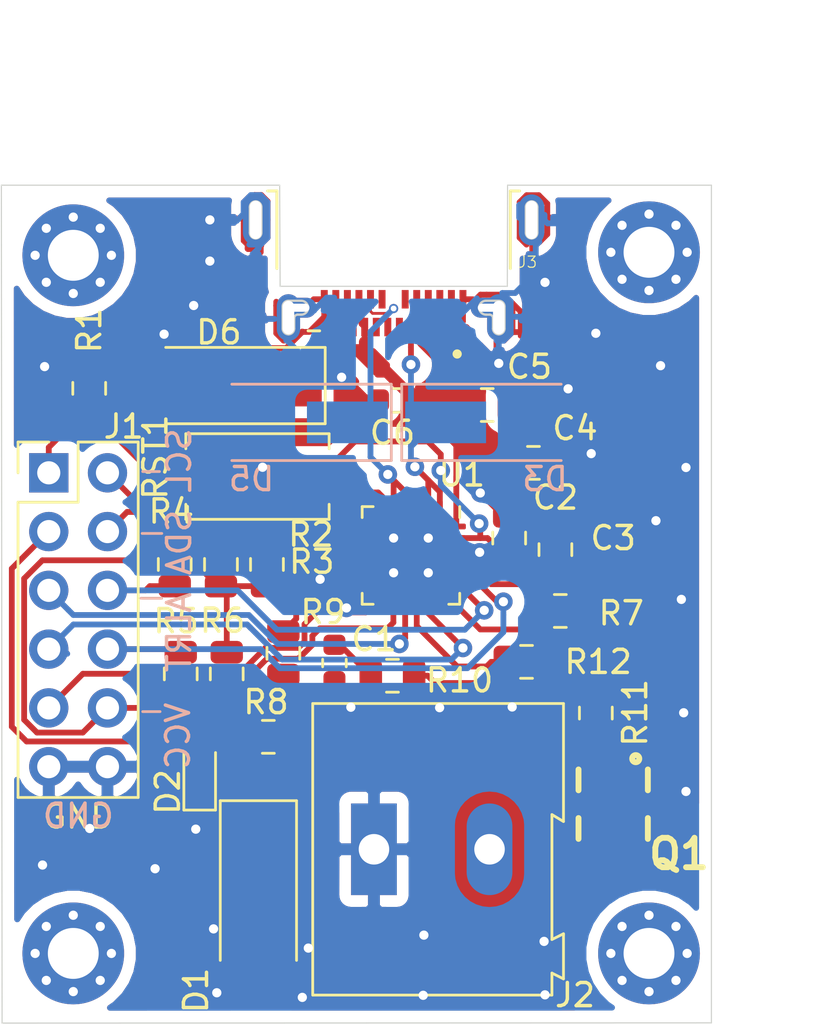
<source format=kicad_pcb>
(kicad_pcb (version 20171130) (host pcbnew "(5.1.0)-1")
  (layers (0 F.Cu signal hide) (31 B.Cu signal) (34 B.Paste user hide) (35 F.Paste user hide) (36 B.SilkS user hide) (37 F.SilkS user hide) (38 B.Mask user hide) (39 F.Mask user hide) (44 Edge.Cuts user))
  (net 0 "")
  (net 1 "Net-(C1-Pad2)")
  (net 2 "Net-(C1-Pad1)")
  (net 3 GND)
  (net 4 /1V2)
  (net 5 /2V7)
  (net 6 /vBUS)
  (net 7 "Net-(D2-Pad2)")
  (net 8 /CC1)
  (net 9 /CC2)
  (net 10 /RST)
  (net 11 /SDA)
  (net 12 /GPIO)
  (net 13 /SCL)
  (net 14 /POK3)
  (net 15 /ALERT)
  (net 16 /POK2)
  (net 17 /A_B_SIDE)
  (net 18 VCC)
  (net 19 /ATTACH)
  (net 20 "Net-(Q1-Pad4)")
  (net 21 "Net-(R7-Pad2)")
  (net 22 /DISCH)
  (net 23 "Net-(R12-Pad2)")
  (module MountingHole:MountingHole_2.2mm_M2_Pad_Via (layer F.Cu) (at 111.39 141.2)
    (fp_text reference H4 hide)
    (fp_text value MountingHole)
    (pad 1 thru_hole circle (at 1.166726 -1.166726) (size 0.7 0.7) (drill 0.4) (layers *.Cu *.Mask))
    (pad 1 thru_hole circle (at 0 -1.65) (size 0.7 0.7) (drill 0.4) (layers *.Cu *.Mask))
    (pad 1 thru_hole circle (at -1.166726 -1.166726) (size 0.7 0.7) (drill 0.4) (layers *.Cu *.Mask))
    (pad 1 thru_hole circle (at -1.65 0) (size 0.7 0.7) (drill 0.4) (layers *.Cu *.Mask))
    (pad 1 thru_hole circle (at -1.166726 1.166726) (size 0.7 0.7) (drill 0.4) (layers *.Cu *.Mask))
    (pad 1 thru_hole circle (at 0 1.65) (size 0.7 0.7) (drill 0.4) (layers *.Cu *.Mask))
    (pad 1 thru_hole circle (at 1.166726 1.166726) (size 0.7 0.7) (drill 0.4) (layers *.Cu *.Mask))
    (pad 1 thru_hole circle (at 1.65 0) (size 0.7 0.7) (drill 0.4) (layers *.Cu *.Mask))
    (pad 1 thru_hole circle (at 0 0) (size 4.4 4.4) (drill 2.2) (layers *.Cu *.Mask))
  )
  (module MountingHole:MountingHole_2.2mm_M2_Pad_Via (layer F.Cu) (at 136.3 141.2)
    (fp_text reference H3 hide)
    (fp_text value MountingHole)
    (pad 1 thru_hole circle (at 1.166726 -1.166726) (size 0.7 0.7) (drill 0.4) (layers *.Cu *.Mask))
    (pad 1 thru_hole circle (at 0 -1.65) (size 0.7 0.7) (drill 0.4) (layers *.Cu *.Mask))
    (pad 1 thru_hole circle (at -1.166726 -1.166726) (size 0.7 0.7) (drill 0.4) (layers *.Cu *.Mask))
    (pad 1 thru_hole circle (at -1.65 0) (size 0.7 0.7) (drill 0.4) (layers *.Cu *.Mask))
    (pad 1 thru_hole circle (at -1.166726 1.166726) (size 0.7 0.7) (drill 0.4) (layers *.Cu *.Mask))
    (pad 1 thru_hole circle (at 0 1.65) (size 0.7 0.7) (drill 0.4) (layers *.Cu *.Mask))
    (pad 1 thru_hole circle (at 1.166726 1.166726) (size 0.7 0.7) (drill 0.4) (layers *.Cu *.Mask))
    (pad 1 thru_hole circle (at 1.65 0) (size 0.7 0.7) (drill 0.4) (layers *.Cu *.Mask))
    (pad 1 thru_hole circle (at 0 0) (size 4.4 4.4) (drill 2.2) (layers *.Cu *.Mask))
  )
  (module MountingHole:MountingHole_2.2mm_M2_Pad_Via (layer F.Cu) (at 136.3 110.9)
    (fp_text reference H2 hide)
    (fp_text value MountingHole)
    (pad 1 thru_hole circle (at 1.166726 -1.166726) (size 0.7 0.7) (drill 0.4) (layers *.Cu *.Mask))
    (pad 1 thru_hole circle (at 0 -1.65) (size 0.7 0.7) (drill 0.4) (layers *.Cu *.Mask))
    (pad 1 thru_hole circle (at -1.166726 -1.166726) (size 0.7 0.7) (drill 0.4) (layers *.Cu *.Mask))
    (pad 1 thru_hole circle (at -1.65 0) (size 0.7 0.7) (drill 0.4) (layers *.Cu *.Mask))
    (pad 1 thru_hole circle (at -1.166726 1.166726) (size 0.7 0.7) (drill 0.4) (layers *.Cu *.Mask))
    (pad 1 thru_hole circle (at 0 1.65) (size 0.7 0.7) (drill 0.4) (layers *.Cu *.Mask))
    (pad 1 thru_hole circle (at 1.166726 1.166726) (size 0.7 0.7) (drill 0.4) (layers *.Cu *.Mask))
    (pad 1 thru_hole circle (at 1.65 0) (size 0.7 0.7) (drill 0.4) (layers *.Cu *.Mask))
    (pad 1 thru_hole circle (at 0 0) (size 4.4 4.4) (drill 2.2) (layers *.Cu *.Mask))
  )
  (module MountingHole:MountingHole_2.2mm_M2_Pad_Via (layer F.Cu) (at 111.39 111.03)
    (fp_text reference H1 hide)
    (fp_text value MountingHole)
    (pad 1 thru_hole circle (at 1.166726 -1.166726) (size 0.7 0.7) (drill 0.4) (layers *.Cu *.Mask))
    (pad 1 thru_hole circle (at 0 -1.65) (size 0.7 0.7) (drill 0.4) (layers *.Cu *.Mask))
    (pad 1 thru_hole circle (at -1.166726 -1.166726) (size 0.7 0.7) (drill 0.4) (layers *.Cu *.Mask))
    (pad 1 thru_hole circle (at -1.65 0) (size 0.7 0.7) (drill 0.4) (layers *.Cu *.Mask))
    (pad 1 thru_hole circle (at -1.166726 1.166726) (size 0.7 0.7) (drill 0.4) (layers *.Cu *.Mask))
    (pad 1 thru_hole circle (at 0 1.65) (size 0.7 0.7) (drill 0.4) (layers *.Cu *.Mask))
    (pad 1 thru_hole circle (at 1.166726 1.166726) (size 0.7 0.7) (drill 0.4) (layers *.Cu *.Mask))
    (pad 1 thru_hole circle (at 1.65 0) (size 0.7 0.7) (drill 0.4) (layers *.Cu *.Mask))
    (pad 1 thru_hole circle (at 0 0) (size 4.4 4.4) (drill 2.2) (layers *.Cu *.Mask))
  )
  (module Capacitor_SMD:C_0603_1608Metric (layer F.Cu) (at 122.69 128.65 90)
    (fp_text reference C1 (at 1.03 1.71 180) (layer F.SilkS))
    (fp_text value 100N)
    (pad 2 smd roundrect (at 0.7875 0 90) (size 0.875 0.95) (layers F.Cu F.Paste F.Mask) (net 1 "Net-(C1-Pad2)"))
    (pad 1 smd roundrect (at -0.7875 0 90) (size 0.875 0.95) (layers F.Cu F.Paste F.Mask) (net 2 "Net-(C1-Pad1)"))
  )
  (module symbols:TE_1-2295018-2 (layer F.Cu) (at 125.25 109.5 180)
    (fp_text reference J3 (at -5.8 -1.825 180) (layer F.SilkS) (effects (font (size 0.482345 0.482345) (thickness 0.05))))
    (fp_text value 1-2295018-2 hide)
    (fp_arc (start 4.55 -3.745) (end 4.55 -3.495) (angle -90) (layer Edge.Cuts) (width 0.1))
    (fp_arc (start 4 -3.795) (end 3.7 -3.795) (angle 90) (layer Edge.Cuts) (width 0.1))
    (fp_line (start 4.55 -3.495) (end 4 -3.495) (layer Edge.Cuts) (width 0.1))
    (fp_line (start 4.8 -3.745) (end 4.8 -4.695) (layer Edge.Cuts) (width 0.1))
    (fp_arc (start 4.55 -4.695) (end 4.55 -4.945) (angle 90) (layer Edge.Cuts) (width 0.1))
    (fp_arc (start 4.55 -4.695) (end 4.3 -4.695) (angle 90) (layer Edge.Cuts) (width 0.1))
    (fp_line (start 4.3 -4.695) (end 4.3 -4.25) (layer Edge.Cuts) (width 0.1))
    (fp_arc (start 4 -3.795) (end 4 -3.495) (angle 90) (layer Edge.Cuts) (width 0.1))
    (fp_arc (start 4.15 -4.245) (end 4.155 -4.095) (angle -90) (layer Edge.Cuts) (width 0.1))
    (fp_line (start 4.155 -4.095) (end 4 -4.095) (layer Edge.Cuts) (width 0.1))
    (fp_arc (start -4.55 -3.745) (end -4.55 -3.495) (angle 90) (layer Edge.Cuts) (width 0.1))
    (fp_arc (start -4.0025 -3.7925) (end -3.7 -3.795) (angle -90) (layer Edge.Cuts) (width 0.1))
    (fp_line (start -4.55 -3.495) (end -4 -3.495) (layer Edge.Cuts) (width 0.1))
    (fp_line (start -4.8 -3.745) (end -4.8 -4.695) (layer Edge.Cuts) (width 0.1))
    (fp_arc (start -4.55 -4.695) (end -4.55 -4.945) (angle -90) (layer Edge.Cuts) (width 0.1))
    (fp_arc (start -4.55 -4.695) (end -4.3 -4.695) (angle -90) (layer Edge.Cuts) (width 0.1))
    (fp_line (start -4.3 -4.695) (end -4.3 -4.25) (layer Edge.Cuts) (width 0.1))
    (fp_arc (start -4 -3.795) (end -4 -3.495) (angle -90) (layer Edge.Cuts) (width 0.1))
    (fp_arc (start -4.15 -4.245) (end -4.155 -4.095) (angle 90) (layer Edge.Cuts) (width 0.1))
    (fp_line (start -4.155 -4.095) (end -4.005 -4.095) (layer Edge.Cuts) (width 0.1))
    (fp_arc (start -5.97 -0.55) (end -5.72 -0.55) (angle -90) (layer Edge.Cuts) (width 0.1))
    (fp_line (start -5.72 -0.55) (end -5.72 0.55) (layer Edge.Cuts) (width 0.1))
    (fp_arc (start -5.97 0.55) (end -5.97 0.8) (angle -90) (layer Edge.Cuts) (width 0.1))
    (fp_arc (start -5.97 0.55) (end -6.22 0.55) (angle -90) (layer Edge.Cuts) (width 0.1))
    (fp_line (start -6.22 0.55) (end -6.22 -0.55) (layer Edge.Cuts) (width 0.1))
    (fp_arc (start -5.97 -0.55) (end -5.97 -0.8) (angle -90) (layer Edge.Cuts) (width 0.1))
    (fp_arc (start 5.97 -0.55) (end 6.22 -0.55) (angle -90) (layer Edge.Cuts) (width 0.1))
    (fp_line (start 6.22 -0.55) (end 6.22 0.55) (layer Edge.Cuts) (width 0.1))
    (fp_arc (start 5.97 0.55) (end 5.97 0.8) (angle -90) (layer Edge.Cuts) (width 0.1))
    (fp_arc (start 5.97 0.55) (end 5.72 0.55) (angle -90) (layer Edge.Cuts) (width 0.1))
    (fp_line (start 5.72 0.55) (end 5.72 -0.55) (layer Edge.Cuts) (width 0.1))
    (fp_arc (start 5.97 -0.55) (end 5.97 -0.8) (angle -90) (layer Edge.Cuts) (width 0.1))
    (pad A1 smd rect (at -2.75 -4.63 270) (size 0.8 0.3) (layers F.Cu F.Paste F.Mask) (net 3 GND))
    (pad A2 smd rect (at -2.25 -4.63 270) (size 0.8 0.3) (layers F.Cu F.Paste F.Mask))
    (pad A3 smd rect (at -1.75 -4.63 270) (size 0.8 0.3) (layers F.Cu F.Paste F.Mask))
    (pad A4 smd rect (at -1.25 -4.63 270) (size 0.8 0.3) (layers F.Cu F.Paste F.Mask) (net 6 /vBUS))
    (pad A5 smd rect (at -0.75 -4.63 270) (size 0.8 0.3) (layers F.Cu F.Paste F.Mask) (net 8 /CC1))
    (pad A6 smd rect (at -0.25 -4.63 270) (size 0.8 0.3) (layers F.Cu F.Paste F.Mask))
    (pad A7 smd rect (at 0.25 -4.63 270) (size 0.8 0.3) (layers F.Cu F.Paste F.Mask))
    (pad A8 smd rect (at 0.75 -4.63 270) (size 0.8 0.3) (layers F.Cu F.Paste F.Mask))
    (pad A9 smd rect (at 1.25 -4.63 270) (size 0.8 0.3) (layers F.Cu F.Paste F.Mask) (net 6 /vBUS))
    (pad A10 smd rect (at 1.75 -4.63 270) (size 0.8 0.3) (layers F.Cu F.Paste F.Mask))
    (pad A11 smd rect (at 2.25 -4.63 270) (size 0.8 0.3) (layers F.Cu F.Paste F.Mask))
    (pad A12 smd rect (at 2.75 -4.63 270) (size 0.8 0.3) (layers F.Cu F.Paste F.Mask) (net 3 GND))
    (pad B1 smd rect (at 3 -3.43 270) (size 0.8 0.3) (layers F.Cu F.Paste F.Mask) (net 3 GND))
    (pad B2 smd rect (at 2.5 -3.43 270) (size 0.8 0.3) (layers F.Cu F.Paste F.Mask))
    (pad B3 smd rect (at 2 -3.43 270) (size 0.8 0.3) (layers F.Cu F.Paste F.Mask))
    (pad B4 smd rect (at 1.5 -3.43 270) (size 0.8 0.3) (layers F.Cu F.Paste F.Mask) (net 6 /vBUS))
    (pad B5 smd rect (at 1 -3.43 270) (size 0.8 0.3) (layers F.Cu F.Paste F.Mask) (net 9 /CC2))
    (pad B6 smd rect (at 0.5 -3.43 270) (size 0.8 0.3) (layers F.Cu F.Paste F.Mask))
    (pad B7 smd rect (at -0.5 -3.43 270) (size 0.8 0.3) (layers F.Cu F.Paste F.Mask))
    (pad B8 smd rect (at -1 -3.43 270) (size 0.8 0.3) (layers F.Cu F.Paste F.Mask))
    (pad B9 smd rect (at -1.5 -3.43 270) (size 0.8 0.3) (layers F.Cu F.Paste F.Mask) (net 6 /vBUS))
    (pad B10 smd rect (at -2 -3.43 270) (size 0.8 0.3) (layers F.Cu F.Paste F.Mask))
    (pad B11 smd rect (at -2.5 -3.43 270) (size 0.8 0.3) (layers F.Cu F.Paste F.Mask))
    (pad B12 smd rect (at -3 -3.43 270) (size 0.8 0.3) (layers F.Cu F.Paste F.Mask) (net 3 GND))
    (pad P4 thru_hole oval (at -5.97 0 270) (size 2.2 1.1) (drill oval 1.65 0.5) (layers *.Cu *.Mask) (net 3 GND))
    (pad P5 thru_hole oval (at 5.97 0 270) (size 2.2 1.1) (drill oval 1.65 0.5) (layers *.Cu *.Mask) (net 3 GND))
    (pad P1_1 thru_hole oval (at -4.55 -4.22 270) (size 2.016 1.008) (drill oval 1.45 0.5) (layers *.Cu *.Mask) (net 3 GND))
    (pad P1_2 thru_hole oval (at -4.191 -3.795) (size 1.716 0.858) (drill oval 1.1 0.35) (layers *.Cu *.Mask) (net 3 GND))
    (pad P2_1 thru_hole oval (at 4.55 -4.22 270) (size 2.016 1.008) (drill oval 1.45 0.5) (layers *.Cu *.Mask) (net 3 GND))
    (pad P2_2 thru_hole oval (at 4.191 -3.795) (size 1.716 0.858) (drill oval 1.1 0.35) (layers *.Cu *.Mask) (net 3 GND))
  )
  (module Package_DFN_QFN:QFN-24-1EP_4x4mm_P0.5mm_EP2.7x2.7mm (layer F.Cu) (at 126 124 270)
    (fp_text reference U1 (at -3.5 -2.2) (layer F.SilkS))
    (fp_text value STUSB4500QTR)
    (pad 24 smd roundrect (at -1.25 -1.9625 270) (size 0.25 0.825) (layers F.Cu F.Paste F.Mask) (net 6 /vBUS))
    (pad 23 smd roundrect (at -0.75 -1.9625 270) (size 0.25 0.825) (layers F.Cu F.Paste F.Mask) (net 5 /2V7))
    (pad 22 smd roundrect (at -0.25 -1.9625 270) (size 0.25 0.825) (layers F.Cu F.Paste F.Mask) (net 3 GND))
    (pad 21 smd roundrect (at 0.25 -1.9625 270) (size 0.25 0.825) (layers F.Cu F.Paste F.Mask) (net 4 /1V2))
    (pad 20 smd roundrect (at 0.75 -1.9625 270) (size 0.25 0.825) (layers F.Cu F.Paste F.Mask) (net 16 /POK2))
    (pad 19 smd roundrect (at 1.25 -1.9625 270) (size 0.25 0.825) (layers F.Cu F.Paste F.Mask) (net 15 /ALERT))
    (pad 18 smd roundrect (at 1.9625 -1.25 270) (size 0.825 0.25) (layers F.Cu F.Paste F.Mask) (net 21 "Net-(R7-Pad2)"))
    (pad 17 smd roundrect (at 1.9625 -0.75 270) (size 0.825 0.25) (layers F.Cu F.Paste F.Mask) (net 17 /A_B_SIDE))
    (pad 16 smd roundrect (at 1.9625 -0.25 270) (size 0.825 0.25) (layers F.Cu F.Paste F.Mask) (net 23 "Net-(R12-Pad2)"))
    (pad 15 smd roundrect (at 1.9625 0.25 270) (size 0.825 0.25) (layers F.Cu F.Paste F.Mask) (net 12 /GPIO))
    (pad 14 smd roundrect (at 1.9625 0.75 270) (size 0.825 0.25) (layers F.Cu F.Paste F.Mask) (net 14 /POK3))
    (pad 13 smd roundrect (at 1.9625 1.25 270) (size 0.825 0.25) (layers F.Cu F.Paste F.Mask) (net 3 GND))
    (pad 12 smd roundrect (at 1.25 1.9625 270) (size 0.25 0.825) (layers F.Cu F.Paste F.Mask) (net 3 GND))
    (pad 11 smd roundrect (at 0.75 1.9625 270) (size 0.25 0.825) (layers F.Cu F.Paste F.Mask) (net 19 /ATTACH))
    (pad 10 smd roundrect (at 0.25 1.9625 270) (size 0.25 0.825) (layers F.Cu F.Paste F.Mask) (net 3 GND))
    (pad 9 smd roundrect (at -0.25 1.9625 270) (size 0.25 0.825) (layers F.Cu F.Paste F.Mask) (net 22 /DISCH))
    (pad 8 smd roundrect (at -0.75 1.9625 270) (size 0.25 0.825) (layers F.Cu F.Paste F.Mask) (net 11 /SDA))
    (pad 7 smd roundrect (at -1.25 1.9625 270) (size 0.25 0.825) (layers F.Cu F.Paste F.Mask) (net 13 /SCL))
    (pad 6 smd roundrect (at -1.9625 1.25 270) (size 0.825 0.25) (layers F.Cu F.Paste F.Mask) (net 10 /RST))
    (pad 5 smd roundrect (at -1.9625 0.75 270) (size 0.825 0.25) (layers F.Cu F.Paste F.Mask) (net 9 /CC2))
    (pad 4 smd roundrect (at -1.9625 0.25 270) (size 0.825 0.25) (layers F.Cu F.Paste F.Mask) (net 9 /CC2))
    (pad 3 smd roundrect (at -1.9625 -0.25 270) (size 0.825 0.25) (layers F.Cu F.Paste F.Mask))
    (pad 2 smd roundrect (at -1.9625 -0.75 270) (size 0.825 0.25) (layers F.Cu F.Paste F.Mask) (net 8 /CC1))
    (pad 1 smd roundrect (at -1.9625 -1.25 270) (size 0.825 0.25) (layers F.Cu F.Paste F.Mask) (net 8 /CC1))
    (pad 25 smd roundrect (at 0 0 270) (size 2.7 2.7) (layers F.Cu F.Mask) (roundrect_rratio 0.09259299999999999) (net 3 GND))
  )
  (module Button_Switch_SMD:SW_SPST_EVQPE1 (layer F.Cu) (at 119.36 120.59)
    (fp_text reference RST1 (at -4.42 -0.84 270) (layer F.SilkS))
    (fp_text value SW_Push)
    (pad 1 smd rect (at -2.7 0) (size 2 1.6) (layers F.Cu F.Paste F.Mask) (net 10 /RST))
    (pad 2 smd rect (at 2.7 0) (size 2 1.6) (layers F.Cu F.Paste F.Mask) (net 5 /2V7))
  )
  (module Resistor_SMD:R_0805_2012Metric (layer F.Cu) (at 131 128.6 180)
    (fp_text reference R12 (at -3.1 0 180) (layer F.SilkS))
    (fp_text value 22K)
    (pad 2 smd roundrect (at 0.9375 0 180) (size 0.975 1.4) (layers F.Cu F.Paste F.Mask) (net 23 "Net-(R12-Pad2)"))
    (pad 1 smd roundrect (at -0.9375 0 180) (size 0.975 1.4) (layers F.Cu F.Paste F.Mask) (net 20 "Net-(Q1-Pad4)"))
  )
  (module Resistor_SMD:R_0805_2012Metric (layer F.Cu) (at 134 130.8125 270)
    (fp_text reference R11 (at -0.0125 -1.7 270) (layer F.SilkS))
    (fp_text value 100K)
    (pad 2 smd roundrect (at 0.9375 0 270) (size 0.975 1.4) (layers F.Cu F.Paste F.Mask) (net 20 "Net-(Q1-Pad4)"))
    (pad 1 smd roundrect (at -0.9375 0 270) (size 0.975 1.4) (layers F.Cu F.Paste F.Mask) (net 6 /vBUS))
  )
  (module Resistor_SMD:R_0805_2012Metric (layer F.Cu) (at 125.2 129.2 180)
    (fp_text reference R10 (at -2.9 -0.2 180) (layer F.SilkS))
    (fp_text value 100K)
    (pad 2 smd roundrect (at 0.9375 0 180) (size 0.975 1.4) (layers F.Cu F.Paste F.Mask) (net 1 "Net-(C1-Pad2)"))
    (pad 1 smd roundrect (at -0.9375 0 180) (size 0.975 1.4) (layers F.Cu F.Paste F.Mask) (net 20 "Net-(Q1-Pad4)"))
  )
  (module Resistor_SMD:R_0805_2012Metric (layer F.Cu) (at 120.48 128.23 270)
    (fp_text reference R9 (at -1.78 -1.72) (layer F.SilkS))
    (fp_text value 4.7k)
    (pad 2 smd roundrect (at 0.9375 0 270) (size 0.975 1.4) (layers F.Cu F.Paste F.Mask) (net 2 "Net-(C1-Pad1)"))
    (pad 1 smd roundrect (at -0.9375 0 270) (size 0.975 1.4) (layers F.Cu F.Paste F.Mask) (net 22 /DISCH))
  )
  (module Resistor_SMD:R_0805_2012Metric (layer F.Cu) (at 119.83 131.84 180)
    (fp_text reference R8 (at 0.1 1.5 180) (layer F.SilkS))
    (fp_text value 2.2k)
    (pad 2 smd roundrect (at 0.9375 0 180) (size 0.975 1.4) (layers F.Cu F.Paste F.Mask) (net 7 "Net-(D2-Pad2)"))
    (pad 1 smd roundrect (at -0.9375 0 180) (size 0.975 1.4) (layers F.Cu F.Paste F.Mask) (net 2 "Net-(C1-Pad1)"))
  )
  (module Resistor_SMD:R_0805_2012Metric (layer F.Cu) (at 132.4625 126.4 180)
    (fp_text reference R7 (at -2.6375 -0.1 180) (layer F.SilkS))
    (fp_text value 4.7k)
    (pad 2 smd roundrect (at 0.9375 0 180) (size 0.975 1.4) (layers F.Cu F.Paste F.Mask) (net 21 "Net-(R7-Pad2)"))
    (pad 1 smd roundrect (at -0.9375 0 180) (size 0.975 1.4) (layers F.Cu F.Paste F.Mask) (net 6 /vBUS))
  )
  (module Resistor_SMD:R_0805_2012Metric (layer F.Cu) (at 118.03 129.12 270)
    (fp_text reference R6 (at -2.3 0.18) (layer F.SilkS))
    (fp_text value 100k)
    (pad 2 smd roundrect (at 0.9375 0 270) (size 0.975 1.4) (layers F.Cu F.Paste F.Mask) (net 14 /POK3))
    (pad 1 smd roundrect (at -0.9375 0 270) (size 0.975 1.4) (layers F.Cu F.Paste F.Mask) (net 18 VCC))
  )
  (module Resistor_SMD:R_0805_2012Metric (layer F.Cu) (at 116.04 129.12 90)
    (fp_text reference R5 (at 2.28 -0.2) (layer F.SilkS))
    (fp_text value 100k)
    (pad 2 smd roundrect (at 0.9375 0 90) (size 0.975 1.4) (layers F.Cu F.Paste F.Mask) (net 16 /POK2))
    (pad 1 smd roundrect (at -0.9375 0 90) (size 0.975 1.4) (layers F.Cu F.Paste F.Mask) (net 18 VCC))
  )
  (module Resistor_SMD:R_0805_2012Metric (layer F.Cu) (at 115.78 124.39 90)
    (fp_text reference R4 (at 2.29 -0.15 180) (layer F.SilkS))
    (fp_text value 10k)
    (pad 2 smd roundrect (at 0.9375 0 90) (size 0.975 1.4) (layers F.Cu F.Paste F.Mask) (net 18 VCC))
    (pad 1 smd roundrect (at -0.9375 0 90) (size 0.975 1.4) (layers F.Cu F.Paste F.Mask) (net 15 /ALERT))
  )
  (module Resistor_SMD:R_0805_2012Metric (layer F.Cu) (at 119.77 124.39 270)
    (fp_text reference R3 (at -0.12 -1.94) (layer F.SilkS))
    (fp_text value 4.7k)
    (pad 2 smd roundrect (at 0.9375 0 270) (size 0.975 1.4) (layers F.Cu F.Paste F.Mask) (net 18 VCC))
    (pad 1 smd roundrect (at -0.9375 0 270) (size 0.975 1.4) (layers F.Cu F.Paste F.Mask) (net 13 /SCL))
  )
  (module Resistor_SMD:R_0805_2012Metric (layer F.Cu) (at 117.78 124.39 270)
    (fp_text reference R2 (at -1.29 -3.89 180) (layer F.SilkS))
    (fp_text value 4.7k)
    (pad 2 smd roundrect (at 0.9375 0 270) (size 0.975 1.4) (layers F.Cu F.Paste F.Mask) (net 18 VCC))
    (pad 1 smd roundrect (at -0.9375 0 270) (size 0.975 1.4) (layers F.Cu F.Paste F.Mask) (net 11 /SDA))
  )
  (module Resistor_SMD:R_0805_2012Metric (layer F.Cu) (at 112.08 116.78 90)
    (fp_text reference R1 (at 2.5 0 90) (layer F.SilkS))
    (fp_text value 100K)
    (pad 2 smd roundrect (at 0.9375 0 90) (size 0.975 1.4) (layers F.Cu F.Paste F.Mask) (net 3 GND))
    (pad 1 smd roundrect (at -0.9375 0 90) (size 0.975 1.4) (layers F.Cu F.Paste F.Mask) (net 10 /RST))
  )
  (module symbols:DFN_3X3_EP (layer F.Cu) (at 134.75 134.75 180)
    (fp_text reference Q1 (at -2.85 -2.15 180) (layer F.SilkS) (effects (font (size 1.27 1.27) (thickness 0.254))))
    (fp_text value AON7752 hide)
    (pad 1 smd rect (at -0.975 1.4 180) (size 0.35 0.5) (layers F.Cu F.Paste F.Mask) (net 6 /vBUS))
    (pad 2 smd rect (at -0.325 1.4 180) (size 0.35 0.5) (layers F.Cu F.Paste F.Mask) (net 6 /vBUS))
    (pad 3 smd rect (at 0.325 1.4 180) (size 0.35 0.5) (layers F.Cu F.Paste F.Mask) (net 6 /vBUS))
    (pad 4 smd rect (at 0.975 1.4 180) (size 0.35 0.5) (layers F.Cu F.Paste F.Mask) (net 20 "Net-(Q1-Pad4)"))
    (pad 5 smd rect (at 0.975 -1.5 270) (size 0.3 0.4) (layers F.Cu F.Paste F.Mask) (net 2 "Net-(C1-Pad1)"))
    (pad 6 smd rect (at 0.325 -1.5 270) (size 0.3 0.4) (layers F.Cu F.Paste F.Mask) (net 2 "Net-(C1-Pad1)"))
    (pad 7 smd rect (at -0.325 -1.5 270) (size 0.3 0.4) (layers F.Cu F.Paste F.Mask) (net 2 "Net-(C1-Pad1)"))
    (pad 8 smd rect (at -0.975 -1.5 270) (size 0.3 0.4) (layers F.Cu F.Paste F.Mask) (net 2 "Net-(C1-Pad1)"))
    (pad 8 smd rect (at -1.415 0 180) (size 0.38 0.43) (layers F.Cu F.Paste F.Mask) (net 2 "Net-(C1-Pad1)"))
    (pad 8 smd rect (at 0 -0.36 270) (size 1.98 2.45) (layers F.Cu F.Paste F.Mask) (net 2 "Net-(C1-Pad1)"))
    (pad 8 smd rect (at 1.415 0 180) (size 0.38 0.43) (layers F.Cu F.Paste F.Mask) (net 2 "Net-(C1-Pad1)"))
  )
  (module TerminalBlock:TerminalBlock_Altech_AK300-2_P5.00mm (layer F.Cu) (at 124.4 136.7)
    (fp_text reference J2 (at 8.7 6.3) (layer F.SilkS))
    (fp_text value Screw_Terminal_01x02)
    (pad 2 thru_hole oval (at 5 0) (size 1.98 3.96) (drill 1.32) (layers *.Cu *.Mask) (net 2 "Net-(C1-Pad1)"))
    (pad 1 thru_hole rect (at 0 0) (size 1.98 3.96) (drill 1.32) (layers *.Cu *.Mask) (net 3 GND))
  )
  (module Connector_PinHeader_2.54mm:PinHeader_2x06_P2.54mm_Vertical (layer F.Cu) (at 110.33 120.43)
    (fp_text reference J1 (at 3.24 -2) (layer F.SilkS))
    (fp_text value Conn_02x06_Odd_Even)
    (pad 12 thru_hole oval (at 2.54 12.7) (size 1.7 1.7) (drill 1) (layers *.Cu *.Mask) (net 3 GND))
    (pad 11 thru_hole oval (at 0 12.7) (size 1.7 1.7) (drill 1) (layers *.Cu *.Mask) (net 3 GND))
    (pad 10 thru_hole oval (at 2.54 10.16) (size 1.7 1.7) (drill 1) (layers *.Cu *.Mask) (net 18 VCC))
    (pad 9 thru_hole oval (at 0 10.16) (size 1.7 1.7) (drill 1) (layers *.Cu *.Mask) (net 19 /ATTACH))
    (pad 8 thru_hole oval (at 2.54 7.62) (size 1.7 1.7) (drill 1) (layers *.Cu *.Mask) (net 16 /POK2))
    (pad 7 thru_hole oval (at 0 7.62) (size 1.7 1.7) (drill 1) (layers *.Cu *.Mask) (net 17 /A_B_SIDE))
    (pad 6 thru_hole oval (at 2.54 5.08) (size 1.7 1.7) (drill 1) (layers *.Cu *.Mask) (net 15 /ALERT))
    (pad 5 thru_hole oval (at 0 5.08) (size 1.7 1.7) (drill 1) (layers *.Cu *.Mask) (net 12 /GPIO))
    (pad 4 thru_hole oval (at 2.54 2.54) (size 1.7 1.7) (drill 1) (layers *.Cu *.Mask) (net 11 /SDA))
    (pad 3 thru_hole oval (at 0 2.54) (size 1.7 1.7) (drill 1) (layers *.Cu *.Mask) (net 14 /POK3))
    (pad 2 thru_hole oval (at 2.54 0) (size 1.7 1.7) (drill 1) (layers *.Cu *.Mask) (net 13 /SCL))
    (pad 1 thru_hole rect (at 0 0) (size 1.7 1.7) (drill 1) (layers *.Cu *.Mask) (net 10 /RST))
  )
  (module Diode_SMD:D_SMA_Handsoldering (layer F.Cu) (at 117.89 116.66 180)
    (fp_text reference D6 (at 0.2 2.3 180) (layer F.SilkS))
    (fp_text value D_TVS)
    (pad 2 smd rect (at 2.5 0 180) (size 3.5 1.8) (layers F.Cu F.Paste F.Mask) (net 3 GND))
    (pad 1 smd rect (at -2.5 0 180) (size 3.5 1.8) (layers F.Cu F.Paste F.Mask) (net 6 /vBUS))
  )
  (module Diode_SMD:D_SMA_Handsoldering (layer B.Cu) (at 120.75 118.25 180)
    (fp_text reference D5 (at 1.65 -2.45 180) (layer B.SilkS) (effects (justify mirror)))
    (fp_text value D_TVS)
    (pad 2 smd rect (at 2.5 0 180) (size 3.5 1.8) (layers B.Cu B.Paste B.Mask) (net 3 GND))
    (pad 1 smd rect (at -2.5 0 180) (size 3.5 1.8) (layers B.Cu B.Paste B.Mask) (net 9 /CC2))
  )
  (module Diode_SMD:D_SMA_Handsoldering (layer B.Cu) (at 130 118.25)
    (fp_text reference D3 (at 1.8 2.45) (layer B.SilkS) (effects (justify mirror)))
    (fp_text value D_TVS)
    (pad 2 smd rect (at 2.5 0) (size 3.5 1.8) (layers B.Cu B.Paste B.Mask) (net 3 GND))
    (pad 1 smd rect (at -2.5 0) (size 3.5 1.8) (layers B.Cu B.Paste B.Mask) (net 8 /CC1))
  )
  (module LED_SMD:LED_0603_1608Metric_Castellated (layer F.Cu) (at 116.86 133.32 90)
    (fp_text reference D2 (at -0.9 -1.38 90) (layer F.SilkS))
    (fp_text value LED)
    (pad 2 smd roundrect (at 0.8125 0 90) (size 1.225 0.85) (layers F.Cu F.Paste F.Mask) (net 7 "Net-(D2-Pad2)"))
    (pad 1 smd roundrect (at -0.8125 0 90) (size 1.225 0.85) (layers F.Cu F.Paste F.Mask) (net 3 GND))
  )
  (module Diode_SMD:D_SMA_Handsoldering (layer F.Cu) (at 119.4 139 270)
    (fp_text reference D1 (at 3.8 2.7 270) (layer F.SilkS))
    (fp_text value D_TVS)
    (pad 2 smd rect (at 2.5 0 270) (size 3.5 1.8) (layers F.Cu F.Paste F.Mask) (net 3 GND))
    (pad 1 smd rect (at -2.5 0 270) (size 3.5 1.8) (layers F.Cu F.Paste F.Mask) (net 2 "Net-(C1-Pad1)"))
  )
  (module Capacitor_SMD:C_0603_1608Metric (layer F.Cu) (at 125.4 117.3 180)
    (fp_text reference C6 (at 0.2 -1.4 180) (layer F.SilkS))
    (fp_text value 100n)
    (pad 2 smd roundrect (at 0.7875 0 180) (size 0.875 0.95) (layers F.Cu F.Paste F.Mask) (net 3 GND))
    (pad 1 smd roundrect (at -0.7875 0 180) (size 0.875 0.95) (layers F.Cu F.Paste F.Mask) (net 6 /vBUS))
  )
  (module Capacitor_SMD:C_0805_2012Metric (layer F.Cu) (at 129.3 117.5)
    (fp_text reference C5 (at 1.825 -1.65) (layer F.SilkS))
    (fp_text value 1u)
    (pad 2 smd roundrect (at 0.9375 0) (size 0.975 1.4) (layers F.Cu F.Paste F.Mask) (net 3 GND))
    (pad 1 smd roundrect (at -0.9375 0) (size 0.975 1.4) (layers F.Cu F.Paste F.Mask) (net 6 /vBUS))
  )
  (module Capacitor_SMD:C_0805_2012Metric (layer F.Cu) (at 131.3 120)
    (fp_text reference C4 (at 1.8 -1.5) (layer F.SilkS))
    (fp_text value 1u)
    (pad 2 smd roundrect (at 0.9375 0) (size 0.975 1.4) (layers F.Cu F.Paste F.Mask) (net 3 GND))
    (pad 1 smd roundrect (at -0.9375 0) (size 0.975 1.4) (layers F.Cu F.Paste F.Mask) (net 6 /vBUS))
  )
  (module Capacitor_SMD:C_0805_2012Metric (layer F.Cu) (at 130.25 123.25 270)
    (fp_text reference C3 (at 0 -4.5) (layer F.SilkS))
    (fp_text value 1u)
    (pad 2 smd roundrect (at 0.9375 0 270) (size 0.975 1.4) (layers F.Cu F.Paste F.Mask) (net 5 /2V7))
    (pad 1 smd roundrect (at -0.9375 0 270) (size 0.975 1.4) (layers F.Cu F.Paste F.Mask) (net 3 GND))
  )
  (module Capacitor_SMD:C_0805_2012Metric (layer F.Cu) (at 132.25 123.75 90)
    (fp_text reference C2 (at 2.25 0 180) (layer F.SilkS))
    (fp_text value 1u)
    (pad 2 smd roundrect (at 0.9375 0 90) (size 0.975 1.4) (layers F.Cu F.Paste F.Mask) (net 3 GND))
    (pad 1 smd roundrect (at -0.9375 0 90) (size 0.975 1.4) (layers F.Cu F.Paste F.Mask) (net 4 /1V2))
  )
  (gr_line (start 108.28 108) (end 120.32 108) (layer Edge.Cuts) (width 0.05))
  (gr_line (start 139 108) (end 130.18 108) (layer Edge.Cuts) (width 0.05))
  (gr_line (start 130.17 112.37) (end 130.18 108) (layer Edge.Cuts) (width 0.05))
  (gr_line (start 120.34 112.37) (end 130.17 112.37) (layer Edge.Cuts) (width 0.05))
  (gr_line (start 120.32 108) (end 120.34 112.37) (layer Edge.Cuts) (width 0.05))
  (gr_text "GND\n" (at 111.61 135.25) (layer B.SilkS) (effects (font (size 1 1)) (justify mirror)))
  (gr_line (start 114.395 130.75) (end 115.145 130.75) (layer B.SilkS) (width 0.12))
  (gr_text "VCC\n" (at 115.92 131.8 90) (layer B.SilkS) (effects (font (size 1 1)) (justify mirror)))
  (gr_line (start 114.395 120.375) (end 115.12 120.375) (layer B.SilkS) (width 0.12))
  (gr_line (start 114.37 123.05) (end 115.22 123.05) (layer B.SilkS) (width 0.12))
  (gr_line (start 114.32 125.85) (end 115.22 125.85) (layer B.SilkS) (width 0.12))
  (gr_text "SCL SDA ALRT\n" (at 115.97 123.775 90) (layer B.SilkS) (effects (font (size 1 1)) (justify mirror)))
  (gr_text "GND\n" (at 111.61 135.28) (layer F.SilkS) (effects (font (size 1 1))))
  (gr_line (start 139 144.2) (end 139 108) (layer Edge.Cuts) (width 0.05))
  (gr_line (start 108.31 144.21) (end 139 144.2) (layer Edge.Cuts) (width 0.05))
  (gr_line (start 108.28 108) (end 108.31 144.21) (layer Edge.Cuts) (width 0.05))
  (segment (start 124.2625 129.525) (end 124.2625 129.2) (width 0.5) (layer F.Cu) (net 1))
  (segment (start 122.925 127.8625) (end 124.2625 129.2) (width 0.25) (layer F.Cu) (net 1))
  (segment (start 122.69 127.8625) (end 122.925 127.8625) (width 0.25) (layer F.Cu) (net 1))
  (segment (start 135.805 135.11) (end 136.165 134.75) (width 0.25) (layer F.Cu) (net 2))
  (segment (start 134.75 135.11) (end 135.805 135.11) (width 0.25) (layer F.Cu) (net 2))
  (segment (start 133.775 136.085) (end 134.75 135.11) (width 0.25) (layer F.Cu) (net 2))
  (segment (start 133.775 136.25) (end 133.775 136.085) (width 0.25) (layer F.Cu) (net 2))
  (segment (start 134.425 135.435) (end 134.75 135.11) (width 0.25) (layer F.Cu) (net 2))
  (segment (start 134.425 136.25) (end 134.425 135.435) (width 0.25) (layer F.Cu) (net 2))
  (segment (start 135.075 135.435) (end 134.75 135.11) (width 0.25) (layer F.Cu) (net 2))
  (segment (start 135.075 136.25) (end 135.075 135.435) (width 0.25) (layer F.Cu) (net 2))
  (segment (start 135.725 136.085) (end 134.75 135.11) (width 0.25) (layer F.Cu) (net 2))
  (segment (start 135.725 136.25) (end 135.725 136.085) (width 0.25) (layer F.Cu) (net 2))
  (segment (start 135 135.36) (end 134.75 135.11) (width 0.25) (layer F.Cu) (net 2))
  (segment (start 133.695 135.11) (end 133.335 134.75) (width 0.25) (layer F.Cu) (net 2))
  (segment (start 134.75 135.11) (end 133.695 135.11) (width 0.25) (layer F.Cu) (net 2))
  (segment (start 131.75 134.75) (end 133.335 134.75) (width 0.25) (layer F.Cu) (net 2))
  (segment (start 129.4 136.7) (end 129.8 136.7) (width 0.25) (layer F.Cu) (net 2))
  (segment (start 129.8 136.7) (end 131.75 134.75) (width 0.25) (layer F.Cu) (net 2))
  (segment (start 131 134) (end 131.75 134.75) (width 0.25) (layer F.Cu) (net 2))
  (segment (start 121.05 134) (end 131 134) (width 0.25) (layer F.Cu) (net 2))
  (segment (start 119.4 136.5) (end 119.4 135.65) (width 0.25) (layer F.Cu) (net 2))
  (segment (start 119.4 135.65) (end 121.05 134) (width 0.25) (layer F.Cu) (net 2))
  (segment (start 119.2125 136.3125) (end 119.4 136.5) (width 0.5) (layer F.Cu) (net 2))
  (segment (start 120.75 129.4375) (end 120.48 129.1675) (width 0.25) (layer F.Cu) (net 2))
  (segment (start 120.7675 131.36) (end 120.7675 131.84) (width 0.25) (layer F.Cu) (net 2))
  (segment (start 122.69 129.4375) (end 120.7675 131.36) (width 0.25) (layer F.Cu) (net 2))
  (segment (start 120.48 131.5525) (end 120.7675 131.84) (width 0.25) (layer F.Cu) (net 2))
  (segment (start 120.48 129.1675) (end 120.48 131.5525) (width 0.25) (layer F.Cu) (net 2))
  (via (at 123.4 130.56) (size 0.8) (drill 0.4) (layers F.Cu B.Cu) (net 3))
  (via (at 127.24 130.58) (size 0.8) (drill 0.4) (layers F.Cu B.Cu) (net 3))
  (via (at 130.38 130.55) (size 0.8) (drill 0.4) (layers F.Cu B.Cu) (net 3))
  (via (at 110.06 137.38) (size 0.8) (drill 0.4) (layers F.Cu B.Cu) (net 3))
  (via (at 110.15 115.84) (size 0.8) (drill 0.4) (layers F.Cu B.Cu) (net 3))
  (via (at 115.32 114.44) (size 0.8) (drill 0.4) (layers F.Cu B.Cu) (net 3))
  (via (at 119.58 120.19) (size 0.8) (drill 0.4) (layers F.Cu B.Cu) (net 3))
  (segment (start 119.2 111.2) (end 119.239528 111.239528) (width 0.25) (layer F.Cu) (net 3))
  (via (at 126.75 124.75) (size 0.8) (drill 0.4) (layers F.Cu B.Cu) (net 3))
  (via (at 126.75 123.25) (size 0.8) (drill 0.4) (layers F.Cu B.Cu) (net 3))
  (via (at 125.25 123.25) (size 0.8) (drill 0.4) (layers F.Cu B.Cu) (net 3))
  (via (at 125.25 124.75) (size 0.8) (drill 0.4) (layers F.Cu B.Cu) (net 3))
  (segment (start 122.25 113.88) (end 122.5 114.13) (width 0.25) (layer F.Cu) (net 3))
  (segment (start 128.25 113.88) (end 128 114.13) (width 0.25) (layer F.Cu) (net 3))
  (segment (start 128.25 112.93) (end 128.25 113.88) (width 0.25) (layer F.Cu) (net 3))
  (segment (start 121.795212 112.93) (end 121.734861 112.990351) (width 0.25) (layer F.Cu) (net 3))
  (segment (start 122.25 112.93) (end 121.795212 112.93) (width 0.25) (layer F.Cu) (net 3))
  (segment (start 128.25 112.93) (end 128.68 112.93) (width 0.25) (layer F.Cu) (net 3))
  (segment (start 119.787917 110.273513) (end 119.787917 110.166863) (width 0.25) (layer F.Cu) (net 3))
  (segment (start 119.494231 110.567199) (end 119.787917 110.273513) (width 0.25) (layer F.Cu) (net 3))
  (segment (start 131.532801 108.432801) (end 131.005767 108.432801) (width 0.25) (layer F.Cu) (net 3))
  (segment (start 131.005767 108.432801) (end 130.7028 108.735768) (width 0.25) (layer F.Cu) (net 3))
  (segment (start 130.7028 110.270482) (end 130.999517 110.567199) (width 0.25) (layer F.Cu) (net 3))
  (segment (start 120.172289 113.199051) (end 120.189168 113.149329) (width 0.25) (layer F.Cu) (net 3))
  (segment (start 130.75 114.5) (end 130.9 114.5) (width 0.25) (layer F.Cu) (net 3))
  (segment (start 130.75 114.5) (end 130.75 113.463569) (width 0.25) (layer F.Cu) (net 3))
  (segment (start 129.008896 112.72999) (end 128.678479 113.060407) (width 0.25) (layer F.Cu) (net 3))
  (segment (start 131.334424 110.567199) (end 131.381527 110.543972) (width 0.25) (layer F.Cu) (net 3))
  (segment (start 131.25 110.651623) (end 131.334424 110.567199) (width 0.25) (layer F.Cu) (net 3))
  (segment (start 131.25 114) (end 131.25 110.651623) (width 0.25) (layer F.Cu) (net 3))
  (segment (start 131.25 114) (end 130.75 114.5) (width 0.25) (layer F.Cu) (net 3))
  (via (at 128.971379 123.865) (size 0.8) (drill 0.4) (layers F.Cu B.Cu) (net 3))
  (segment (start 127.9625 123.75) (end 128.856379 123.75) (width 0.25) (layer F.Cu) (net 3))
  (segment (start 128.856379 123.75) (end 128.971379 123.865) (width 0.25) (layer F.Cu) (net 3))
  (segment (start 125.75 124.25) (end 126 124) (width 0.25) (layer F.Cu) (net 3))
  (segment (start 131.6 118) (end 132.300001 117.299999) (width 0.25) (layer F.Cu) (net 3))
  (segment (start 132.2375 120) (end 132.2375 117.3625) (width 0.25) (layer F.Cu) (net 3))
  (segment (start 132.300001 117.299995) (end 132.399997 117.199999) (width 0.25) (layer F.Cu) (net 3))
  (segment (start 132.399997 117.199999) (end 132.799996 116.8) (width 0.25) (layer F.Cu) (net 3))
  (segment (start 132.300001 117.299999) (end 132.300001 117.299995) (width 0.25) (layer F.Cu) (net 3))
  (segment (start 130.1875 118) (end 131.6 118) (width 0.25) (layer F.Cu) (net 3))
  (segment (start 132.2375 117.3625) (end 132.300001 117.299999) (width 0.25) (layer F.Cu) (net 3))
  (via (at 132.799996 116.8) (size 0.8) (drill 0.4) (layers F.Cu B.Cu) (net 3))
  (via (at 129 121.3) (size 0.8) (drill 0.4) (layers F.Cu B.Cu) (net 3))
  (segment (start 130.25 122.3125) (end 130.0125 122.3125) (width 0.25) (layer F.Cu) (net 3))
  (segment (start 130.0125 122.3125) (end 129 121.3) (width 0.25) (layer F.Cu) (net 3))
  (segment (start 130.75 122.8125) (end 130.25 122.3125) (width 0.25) (layer F.Cu) (net 3))
  (segment (start 132.25 122.8125) (end 130.75 122.8125) (width 0.25) (layer F.Cu) (net 3))
  (segment (start 120.172289 113.199051) (end 120.172289 113.227711) (width 0.25) (layer F.Cu) (net 3))
  (segment (start 119.494231 110.567199) (end 119.527032 110.6) (width 0.25) (layer F.Cu) (net 3))
  (segment (start 130.7028 109.3972) (end 130.7028 110.270482) (width 0.25) (layer F.Cu) (net 3))
  (segment (start 130.7028 108.735768) (end 130.7028 109.3972) (width 0.25) (layer F.Cu) (net 3))
  (segment (start 131.334427 110.567197) (end 131.25 110.651623) (width 0.25) (layer F.Cu) (net 3))
  (segment (start 131.560654 110.455642) (end 131.334427 110.567197) (width 0.25) (layer F.Cu) (net 3))
  (segment (start 131.9 110.116296) (end 131.560654 110.455642) (width 0.25) (layer F.Cu) (net 3))
  (segment (start 131.532801 108.432801) (end 131.9 108.8) (width 0.25) (layer F.Cu) (net 3))
  (segment (start 131.9 109.4) (end 132.6 109.4) (width 0.25) (layer F.Cu) (net 3))
  (segment (start 131.9 109.4) (end 131.9 110.116296) (width 0.25) (layer F.Cu) (net 3))
  (segment (start 131.9 108.8) (end 131.9 109.4) (width 0.25) (layer F.Cu) (net 3))
  (segment (start 118.7628 110.397198) (end 118.932801 110.567199) (width 0.25) (layer F.Cu) (net 3))
  (segment (start 119.494231 110.567199) (end 119.500482 110.567199) (width 0.25) (layer F.Cu) (net 3))
  (segment (start 118.932801 110.567199) (end 119.494231 110.567199) (width 0.25) (layer F.Cu) (net 3))
  (segment (start 119.500482 110.567199) (end 119.797198 110.270483) (width 0.25) (layer F.Cu) (net 3))
  (segment (start 118.995197 108.503371) (end 118.7628 108.735768) (width 0.25) (layer F.Cu) (net 3))
  (segment (start 119.797198 108.697198) (end 119.522289 108.422289) (width 0.25) (layer F.Cu) (net 3))
  (segment (start 119.522289 108.422289) (end 119.234051 108.422289) (width 0.25) (layer F.Cu) (net 3))
  (segment (start 119.234051 108.422289) (end 118.995197 108.503371) (width 0.25) (layer F.Cu) (net 3))
  (segment (start 118.7628 109.4372) (end 118.1628 109.4372) (width 0.25) (layer F.Cu) (net 3))
  (segment (start 118.7628 109.4372) (end 118.7628 110.397198) (width 0.25) (layer F.Cu) (net 3))
  (segment (start 118.7628 108.735768) (end 118.7628 109.4372) (width 0.25) (layer F.Cu) (net 3))
  (segment (start 119.797198 109.502802) (end 119.797198 108.697198) (width 0.25) (layer F.Cu) (net 3))
  (segment (start 119.797198 110.270483) (end 119.797198 109.502802) (width 0.25) (layer F.Cu) (net 3))
  (segment (start 119.500482 110.567199) (end 119.500482 110.899518) (width 0.25) (layer F.Cu) (net 3))
  (segment (start 120.485768 114.712199) (end 120.172289 114.39872) (width 0.25) (layer F.Cu) (net 3))
  (segment (start 120.914231 114.712199) (end 120.485768 114.712199) (width 0.25) (layer F.Cu) (net 3))
  (segment (start 121.3 114.32643) (end 120.914231 114.712199) (width 0.25) (layer F.Cu) (net 3))
  (segment (start 121.3 114.341296) (end 121.3 114.32643) (width 0.25) (layer F.Cu) (net 3))
  (segment (start 120.6 115.041296) (end 121.3 114.341296) (width 0.25) (layer F.Cu) (net 3))
  (segment (start 130.024674 114.716622) (end 129.7078 114.716622) (width 0.25) (layer F.Cu) (net 3))
  (segment (start 130.393216 114.34808) (end 130.024674 114.716622) (width 0.25) (layer F.Cu) (net 3))
  (segment (start 130.393216 113.106784) (end 130.393216 114.34808) (width 0.25) (layer F.Cu) (net 3))
  (segment (start 130.393216 113.106784) (end 130.016421 112.72999) (width 0.25) (layer F.Cu) (net 3))
  (segment (start 130.75 113.463569) (end 130.393216 113.106784) (width 0.25) (layer F.Cu) (net 3))
  (segment (start 129.7078 114.716622) (end 129.7 114.724422) (width 0.25) (layer F.Cu) (net 3))
  (segment (start 129.7 114.724422) (end 129.7 115.2) (width 0.25) (layer F.Cu) (net 3))
  (segment (start 130.393216 114.34808) (end 130.65192 114.34808) (width 0.25) (layer F.Cu) (net 3))
  (segment (start 129.27001 112.72999) (end 129.008896 112.72999) (width 0.25) (layer F.Cu) (net 3))
  (segment (start 130.016421 112.72999) (end 129.27001 112.72999) (width 0.25) (layer F.Cu) (net 3))
  (via (at 114.93 137.54) (size 0.8) (drill 0.4) (layers F.Cu B.Cu) (net 3))
  (via (at 117.46 140.14) (size 0.8) (drill 0.4) (layers F.Cu B.Cu) (net 3))
  (segment (start 119.4 141.5) (end 119.4 143.5) (width 0.25) (layer F.Cu) (net 3))
  (segment (start 117.8 143.5) (end 121.659991 143.5) (width 0.25) (layer F.Cu) (net 3))
  (via (at 117.6 142.9) (size 0.8) (drill 0.4) (layers F.Cu B.Cu) (net 3))
  (segment (start 121.659991 143.5) (end 121.659991 143.5) (width 0.25) (layer F.Cu) (net 3))
  (via (at 121.3 143.1) (size 0.8) (drill 0.4) (layers F.Cu B.Cu) (net 3))
  (via (at 121.56 140.97) (size 0.8) (drill 0.4) (layers F.Cu B.Cu) (net 3))
  (via (at 126.56 140.41) (size 0.8) (drill 0.4) (layers F.Cu B.Cu) (net 3))
  (via (at 131.76 140.68) (size 0.8) (drill 0.4) (layers F.Cu B.Cu) (net 3))
  (via (at 126.53 143.01) (size 0.8) (drill 0.4) (layers F.Cu B.Cu) (net 3))
  (via (at 131.8 142.99) (size 0.8) (drill 0.4) (layers F.Cu B.Cu) (net 3))
  (via (at 116.6 113.2) (size 0.8) (drill 0.4) (layers F.Cu B.Cu) (net 3))
  (via (at 117.3 109.5) (size 0.8) (drill 0.4) (layers F.Cu B.Cu) (net 3))
  (via (at 117.3 111.28) (size 0.8) (drill 0.4) (layers F.Cu B.Cu) (net 3))
  (via (at 131.8 112.2) (size 0.8) (drill 0.4) (layers F.Cu B.Cu) (net 3))
  (via (at 129.8 115.7) (size 0.8) (drill 0.4) (layers F.Cu B.Cu) (net 3))
  (via (at 134 114.4) (size 0.8) (drill 0.4) (layers F.Cu B.Cu) (net 3))
  (via (at 123 116.3) (size 0.8) (drill 0.4) (layers F.Cu B.Cu) (net 3))
  (via (at 112.1 135.8) (size 0.8) (drill 0.4) (layers F.Cu B.Cu) (net 3))
  (via (at 116.69 135.83) (size 0.8) (drill 0.4) (layers F.Cu B.Cu) (net 3))
  (via (at 137.7 125.9) (size 0.8) (drill 0.4) (layers F.Cu B.Cu) (net 3))
  (via (at 137.9 120.2) (size 0.8) (drill 0.4) (layers F.Cu B.Cu) (net 3))
  (via (at 133.8 119.6) (size 0.8) (drill 0.4) (layers F.Cu B.Cu) (net 3))
  (via (at 136.8 115.8) (size 0.8) (drill 0.4) (layers F.Cu B.Cu) (net 3))
  (segment (start 124 117.3) (end 123 116.3) (width 0.5) (layer F.Cu) (net 3))
  (segment (start 124.6125 117.3) (end 124 117.3) (width 0.5) (layer F.Cu) (net 3))
  (segment (start 128.4 114.13) (end 128.6 114.33) (width 0.25) (layer F.Cu) (net 3))
  (segment (start 128 114.13) (end 128.4 114.13) (width 0.25) (layer F.Cu) (net 3))
  (segment (start 128.6 114.33) (end 128.6 114.9) (width 0.25) (layer F.Cu) (net 3))
  (segment (start 129 114.9) (end 129.8 115.7) (width 0.25) (layer F.Cu) (net 3))
  (segment (start 128.6 114.9) (end 129 114.9) (width 0.25) (layer F.Cu) (net 3))
  (via (at 137.9 134.2) (size 0.8) (drill 0.4) (layers F.Cu B.Cu) (net 3))
  (via (at 137.8 130.8) (size 0.8) (drill 0.4) (layers F.Cu B.Cu) (net 3))
  (via (at 136.6 122.5) (size 0.8) (drill 0.4) (layers F.Cu B.Cu) (net 3))
  (via (at 123.21 126.27) (size 0.8) (drill 0.4) (layers F.Cu B.Cu) (net 3))
  (segment (start 124.0375 126.4625) (end 122.9825 126.4625) (width 0.25) (layer F.Cu) (net 3))
  (segment (start 122.9825 126.4625) (end 122.9 126.38) (width 0.25) (layer F.Cu) (net 3))
  (segment (start 124.0475 125.9625) (end 124.0375 125.9725) (width 0.25) (layer F.Cu) (net 3))
  (segment (start 124.75 125.9625) (end 124.0475 125.9625) (width 0.25) (layer F.Cu) (net 3))
  (segment (start 124.0375 125.25) (end 124.0375 125.9725) (width 0.25) (layer F.Cu) (net 3))
  (segment (start 124.0375 125.9725) (end 124.0375 126.4625) (width 0.25) (layer F.Cu) (net 3))
  (segment (start 120.172289 113.777711) (end 119.462289 113.777711) (width 0.25) (layer F.Cu) (net 3))
  (segment (start 120.172289 113.777711) (end 120.172289 113.199051) (width 0.25) (layer F.Cu) (net 3))
  (segment (start 120.172289 114.39872) (end 120.172289 113.777711) (width 0.25) (layer F.Cu) (net 3))
  (segment (start 120.6 115.041296) (end 119.718704 115.041296) (width 0.25) (layer F.Cu) (net 3))
  (segment (start 121.598704 114.341296) (end 122.25 113.69) (width 0.25) (layer F.Cu) (net 3))
  (segment (start 121.3 114.341296) (end 121.598704 114.341296) (width 0.25) (layer F.Cu) (net 3))
  (segment (start 122.25 112.93) (end 122.25 113.69) (width 0.25) (layer F.Cu) (net 3))
  (segment (start 122.25 113.69) (end 122.25 113.88) (width 0.25) (layer F.Cu) (net 3))
  (segment (start 120.172289 113.199051) (end 120.172289 113.035028) (width 0.25) (layer F.Cu) (net 3))
  (segment (start 118.932801 110.567199) (end 118.932801 110.742801) (width 0.25) (layer F.Cu) (net 3))
  (segment (start 118.932801 110.742801) (end 118.95 110.76) (width 0.25) (layer F.Cu) (net 3))
  (segment (start 118.95 110.76) (end 119.27 110.76) (width 0.25) (layer F.Cu) (net 3))
  (via (at 122.07 125.03) (size 0.8) (drill 0.4) (layers F.Cu B.Cu) (net 3))
  (segment (start 124.0375 124.25) (end 122.85 124.25) (width 0.25) (layer F.Cu) (net 3))
  (segment (start 122.469999 124.630001) (end 122.07 125.03) (width 0.25) (layer F.Cu) (net 3))
  (segment (start 122.85 124.25) (end 122.469999 124.630001) (width 0.25) (layer F.Cu) (net 3))
  (segment (start 119.787917 110.273513) (end 119.787917 110.166863) (width 0.25) (layer B.Cu) (net 3))
  (segment (start 119.494231 110.567199) (end 119.787917 110.273513) (width 0.25) (layer B.Cu) (net 3))
  (segment (start 119.070187 108.428381) (end 118.76 108.738568) (width 0.25) (layer B.Cu) (net 3))
  (segment (start 119.494231 110.567199) (end 119.79501 110.26642) (width 0.25) (layer B.Cu) (net 3))
  (segment (start 119.79501 108.733579) (end 119.489812 108.428381) (width 0.25) (layer B.Cu) (net 3))
  (segment (start 119.489812 108.428381) (end 119.070187 108.428381) (width 0.25) (layer B.Cu) (net 3))
  (segment (start 118.76 108.738568) (end 118.76 109.24) (width 0.25) (layer B.Cu) (net 3))
  (segment (start 118.76 109.24) (end 118.46 109.54) (width 0.25) (layer B.Cu) (net 3))
  (segment (start 118.46 109.54) (end 117.99 109.54) (width 0.25) (layer B.Cu) (net 3))
  (segment (start 119.79501 109.45499) (end 119.79501 108.733579) (width 0.25) (layer B.Cu) (net 3))
  (segment (start 119.79501 110.26642) (end 119.79501 109.45499) (width 0.25) (layer B.Cu) (net 3))
  (segment (start 119.412801 110.567199) (end 119.412801 110.727199) (width 0.25) (layer B.Cu) (net 3))
  (segment (start 119.412801 110.567199) (end 119.494231 110.567199) (width 0.25) (layer B.Cu) (net 3))
  (segment (start 119.007199 110.567199) (end 119.412801 110.567199) (width 0.25) (layer B.Cu) (net 3))
  (segment (start 119.412801 110.727199) (end 119.24 110.9) (width 0.25) (layer B.Cu) (net 3))
  (segment (start 119.24 110.9) (end 119.15 110.99) (width 0.25) (layer B.Cu) (net 3))
  (segment (start 119.15 110.99) (end 119.15 111.43) (width 0.25) (layer B.Cu) (net 3))
  (segment (start 130.682801 108.862419) (end 130.712078 108.833142) (width 0.25) (layer B.Cu) (net 3))
  (segment (start 130.682801 109.407199) (end 130.682801 108.862419) (width 0.25) (layer B.Cu) (net 3))
  (segment (start 131.523641 110.48404) (end 131.558267 110.444558) (width 0.25) (layer B.Cu) (net 3))
  (segment (start 131.400001 110.60768) (end 131.523641 110.48404) (width 0.25) (layer B.Cu) (net 3))
  (segment (start 131.8 112.2) (end 131.400001 111.800001) (width 0.25) (layer B.Cu) (net 3))
  (segment (start 131.400001 111.800001) (end 131.400001 110.60768) (width 0.25) (layer B.Cu) (net 3))
  (segment (start 134 114.4) (end 132.63 113.03) (width 0.25) (layer B.Cu) (net 3))
  (segment (start 132.63 113.03) (end 132.63 109.65) (width 0.25) (layer B.Cu) (net 3))
  (segment (start 131.78 109.52) (end 131.78 109.28) (width 0.25) (layer B.Cu) (net 3))
  (segment (start 131.91 109.65) (end 131.78 109.52) (width 0.25) (layer B.Cu) (net 3))
  (segment (start 132.63 109.65) (end 131.91 109.65) (width 0.25) (layer B.Cu) (net 3))
  (segment (start 129.8 114.801502) (end 129.704329 114.705831) (width 0.25) (layer B.Cu) (net 3))
  (segment (start 129.8 115.7) (end 129.8 114.801502) (width 0.25) (layer B.Cu) (net 3))
  (segment (start 129.754051 114.72271) (end 129.704329 114.705831) (width 0.25) (layer B.Cu) (net 3))
  (segment (start 130.009971 114.72271) (end 129.754051 114.72271) (width 0.25) (layer B.Cu) (net 3))
  (segment (start 130.317199 114.415482) (end 130.009971 114.72271) (width 0.25) (layer B.Cu) (net 3))
  (segment (start 132.721514 113.687199) (end 130.317199 113.687199) (width 0.25) (layer B.Cu) (net 3))
  (segment (start 133.434315 114.4) (end 132.721514 113.687199) (width 0.25) (layer B.Cu) (net 3))
  (segment (start 134 114.4) (end 133.434315 114.4) (width 0.25) (layer B.Cu) (net 3))
  (segment (start 130.317199 113.687199) (end 130.317199 114.415482) (width 0.25) (layer B.Cu) (net 3))
  (segment (start 130.9 116.8) (end 127.9 113.8) (width 0.25) (layer B.Cu) (net 3))
  (segment (start 132.799996 116.8) (end 130.9 116.8) (width 0.25) (layer B.Cu) (net 3))
  (segment (start 127.9 113.8) (end 127.95 113.8) (width 0.25) (layer B.Cu) (net 3))
  (segment (start 127.95 113.8) (end 128.54 113.21) (width 0.25) (layer B.Cu) (net 3))
  (segment (start 128.54 113.2) (end 128.85 112.89) (width 0.25) (layer B.Cu) (net 3))
  (segment (start 128.54 113.21) (end 128.54 113.2) (width 0.25) (layer B.Cu) (net 3))
  (segment (start 123 116.3) (end 122.11 115.41) (width 0.25) (layer B.Cu) (net 3))
  (segment (start 122.11 115.41) (end 121.17 115.41) (width 0.25) (layer B.Cu) (net 3))
  (segment (start 120.654051 114.72271) (end 120.604329 114.705831) (width 0.25) (layer B.Cu) (net 3))
  (segment (start 121.17 115.41) (end 121.17 115.238659) (width 0.25) (layer B.Cu) (net 3))
  (segment (start 121.17 115.238659) (end 120.654051 114.72271) (width 0.25) (layer B.Cu) (net 3))
  (segment (start 116.6 113.2) (end 117.76 113.2) (width 0.25) (layer B.Cu) (net 3))
  (segment (start 117.76 113.2) (end 118.34 113.78) (width 0.25) (layer B.Cu) (net 3))
  (segment (start 118.34 113.78) (end 120.1 113.78) (width 0.25) (layer B.Cu) (net 3))
  (segment (start 117.3 111.28) (end 117.88 111.86) (width 0.25) (layer B.Cu) (net 3))
  (segment (start 121.820007 113.394079) (end 121.808269 113.422418) (width 0.25) (layer B.Cu) (net 3))
  (segment (start 122.68 112.86) (end 122.354086 112.86) (width 0.25) (layer B.Cu) (net 3))
  (segment (start 122.354086 112.86) (end 121.820007 113.394079) (width 0.25) (layer B.Cu) (net 3))
  (segment (start 130.317199 113.024517) (end 130.317199 113.687199) (width 0.25) (layer B.Cu) (net 3))
  (segment (start 129.952682 112.66) (end 130.317199 113.024517) (width 0.25) (layer B.Cu) (net 3))
  (segment (start 130.51 112.66) (end 129.952682 112.66) (width 0.25) (layer B.Cu) (net 3))
  (segment (start 131.8 112.2) (end 130.97 112.2) (width 0.25) (layer B.Cu) (net 3))
  (segment (start 130.97 112.2) (end 130.51 112.66) (width 0.25) (layer B.Cu) (net 3))
  (segment (start 131.693763 125.243737) (end 132.25 124.6875) (width 0.25) (layer F.Cu) (net 4))
  (segment (start 129.468737 125.243737) (end 131.693763 125.243737) (width 0.25) (layer F.Cu) (net 4))
  (segment (start 128.475 124.25) (end 129.468737 125.243737) (width 0.25) (layer F.Cu) (net 4))
  (segment (start 127.9625 124.25) (end 128.475 124.25) (width 0.25) (layer F.Cu) (net 4))
  (segment (start 129.3125 123.25) (end 130.25 124.1875) (width 0.25) (layer F.Cu) (net 5))
  (via (at 128.95 122.625) (size 0.8) (drill 0.4) (layers F.Cu B.Cu) (net 5))
  (segment (start 129 122.675) (end 128.95 122.625) (width 0.25) (layer F.Cu) (net 5))
  (segment (start 129 123.25) (end 129 122.675) (width 0.25) (layer F.Cu) (net 5))
  (segment (start 129 123.25) (end 129.3125 123.25) (width 0.25) (layer F.Cu) (net 5))
  (segment (start 127.9625 123.25) (end 129 123.25) (width 0.25) (layer F.Cu) (net 5))
  (via (at 127.29 120.33) (size 0.8) (drill 0.4) (layers F.Cu B.Cu) (net 5))
  (segment (start 127.29 120.965) (end 128.95 122.625) (width 0.25) (layer B.Cu) (net 5))
  (segment (start 127.29 120.33) (end 127.29 120.965) (width 0.25) (layer B.Cu) (net 5))
  (segment (start 122.22751 120.42249) (end 122.06 120.42249) (width 0.25) (layer F.Cu) (net 5))
  (segment (start 123.575 119.075) (end 122.22751 120.42249) (width 0.25) (layer F.Cu) (net 5))
  (segment (start 126.735 119.075) (end 123.575 119.075) (width 0.25) (layer F.Cu) (net 5))
  (segment (start 127.29 120.33) (end 127.29 119.63) (width 0.25) (layer F.Cu) (net 5))
  (segment (start 127.29 119.63) (end 126.735 119.075) (width 0.25) (layer F.Cu) (net 5))
  (segment (start 123.865001 113.995001) (end 124 114.13) (width 0.25) (layer F.Cu) (net 6))
  (segment (start 123.865001 113.045001) (end 123.865001 113.995001) (width 0.25) (layer F.Cu) (net 6))
  (segment (start 123.75 112.93) (end 123.865001 113.045001) (width 0.25) (layer F.Cu) (net 6))
  (segment (start 126.5 113.617002) (end 126.5 114.13) (width 0.25) (layer F.Cu) (net 6))
  (segment (start 126.75 113.367002) (end 126.5 113.617002) (width 0.25) (layer F.Cu) (net 6))
  (segment (start 126.75 112.93) (end 126.75 113.367002) (width 0.25) (layer F.Cu) (net 6))
  (segment (start 134.425 132.85) (end 134.775 132.5) (width 0.25) (layer F.Cu) (net 6))
  (segment (start 134.425 133.35) (end 134.425 132.85) (width 0.25) (layer F.Cu) (net 6))
  (segment (start 135.075 132.8) (end 135.075 133.35) (width 0.25) (layer F.Cu) (net 6))
  (segment (start 134.775 132.5) (end 135.075 132.8) (width 0.25) (layer F.Cu) (net 6))
  (segment (start 135.75 131.625) (end 134 129.875) (width 0.25) (layer F.Cu) (net 6))
  (segment (start 135.75 132.825) (end 135.75 131.625) (width 0.25) (layer F.Cu) (net 6))
  (segment (start 135.725 133.35) (end 135.725 132.85) (width 0.25) (layer F.Cu) (net 6))
  (segment (start 135.725 132.85) (end 135.75 132.825) (width 0.25) (layer F.Cu) (net 6))
  (segment (start 134.875 132.5) (end 135.75 131.625) (width 0.25) (layer F.Cu) (net 6))
  (segment (start 124 114.13) (end 124 114.78) (width 0.25) (layer F.Cu) (net 6))
  (segment (start 128.4625 117.85) (end 128.3125 118) (width 0.25) (layer F.Cu) (net 6))
  (segment (start 133.6 129.475) (end 134 129.875) (width 0.25) (layer F.Cu) (net 6))
  (segment (start 126.5 114.13) (end 126.5 114.78) (width 0.25) (layer F.Cu) (net 6))
  (segment (start 126.5 114.78) (end 128.3625 116.6425) (width 0.5) (layer F.Cu) (net 6))
  (segment (start 126.654798 117.5) (end 127.775 117.5) (width 0.5) (layer F.Cu) (net 6))
  (segment (start 124 114.78) (end 124 114.845202) (width 0.5) (layer F.Cu) (net 6))
  (segment (start 128.3625 118) (end 130.3625 120) (width 0.5) (layer F.Cu) (net 6))
  (segment (start 128.3625 116.6425) (end 128.3625 118) (width 0.5) (layer F.Cu) (net 6))
  (segment (start 127.9625 120.7625) (end 127.9625 120.6) (width 0.25) (layer F.Cu) (net 6))
  (segment (start 127.9625 122.75) (end 127.9625 120.7625) (width 0.25) (layer F.Cu) (net 6))
  (segment (start 127.9625 119.075) (end 126.1875 117.3) (width 0.25) (layer F.Cu) (net 6))
  (segment (start 127.9625 120.7625) (end 127.9625 119.075) (width 0.25) (layer F.Cu) (net 6))
  (segment (start 134 126.4125) (end 134 126.5) (width 0.5) (layer F.Cu) (net 6))
  (segment (start 133.9875 126.4) (end 134 126.4125) (width 0.5) (layer F.Cu) (net 6))
  (segment (start 133.4 126.4) (end 133.9875 126.4) (width 0.5) (layer F.Cu) (net 6))
  (segment (start 134 126.5) (end 134 129.875) (width 0.5) (layer F.Cu) (net 6))
  (segment (start 134 122.6) (end 134 126.5) (width 0.5) (layer F.Cu) (net 6))
  (segment (start 132.9 121.5) (end 134 122.6) (width 0.5) (layer F.Cu) (net 6))
  (segment (start 130.3625 120) (end 131.8625 121.5) (width 0.5) (layer F.Cu) (net 6))
  (segment (start 131.8625 121.5) (end 132.9 121.5) (width 0.5) (layer F.Cu) (net 6))
  (segment (start 134 129.875) (end 135.6 131.475) (width 0.5) (layer F.Cu) (net 6))
  (segment (start 135.6 131.475) (end 135.6 132) (width 0.5) (layer F.Cu) (net 6))
  (segment (start 135.6 132) (end 135.1 132.5) (width 0.5) (layer F.Cu) (net 6))
  (segment (start 135.1 132.5) (end 135.5 132.5) (width 0.5) (layer F.Cu) (net 6))
  (segment (start 128.8875 120) (end 130.3625 120) (width 0.5) (layer F.Cu) (net 6))
  (segment (start 126.1875 117.3) (end 128.8875 120) (width 0.5) (layer F.Cu) (net 6))
  (segment (start 126.1875 117.3) (end 124.1875 115.3) (width 0.5) (layer F.Cu) (net 6))
  (segment (start 120.39 116.66) (end 121.24 116.66) (width 0.25) (layer F.Cu) (net 6))
  (segment (start 121.24 116.66) (end 122.78 115.12) (width 0.5) (layer F.Cu) (net 6))
  (segment (start 122.78 115.12) (end 123.92 115.12) (width 0.5) (layer F.Cu) (net 6))
  (segment (start 118.225 132.5075) (end 118.8925 131.84) (width 0.25) (layer F.Cu) (net 7))
  (segment (start 116.86 132.5075) (end 118.225 132.5075) (width 0.25) (layer F.Cu) (net 7))
  (segment (start 126 115) (end 126 114.13) (width 0.25) (layer F.Cu) (net 8))
  (via (at 126 115.75) (size 0.8) (drill 0.4) (layers F.Cu B.Cu) (net 8))
  (segment (start 126 115) (end 126 115.75) (width 0.25) (layer F.Cu) (net 8))
  (segment (start 126 115.75) (end 126 119.3) (width 0.25) (layer B.Cu) (net 8))
  (segment (start 127.05 118.25) (end 126 119.3) (width 0.25) (layer B.Cu) (net 8))
  (segment (start 127.5 118.25) (end 127.05 118.25) (width 0.25) (layer B.Cu) (net 8))
  (via (at 126.17 120.17) (size 0.8) (drill 0.4) (layers F.Cu B.Cu) (net 8))
  (segment (start 126.17 119.98) (end 126.17 120.17) (width 0.25) (layer B.Cu) (net 8))
  (segment (start 126 119.3) (end 126 119.81) (width 0.25) (layer B.Cu) (net 8))
  (segment (start 126 119.81) (end 126.17 119.98) (width 0.25) (layer B.Cu) (net 8))
  (segment (start 127.25 122.0375) (end 127.25 121.25) (width 0.25) (layer F.Cu) (net 8))
  (segment (start 127.25 121.25) (end 126.749999 120.749999) (width 0.25) (layer F.Cu) (net 8))
  (segment (start 126.749999 120.749999) (end 126.17 120.17) (width 0.25) (layer F.Cu) (net 8))
  (segment (start 126.75 121.525) (end 126.75 122.0375) (width 0.25) (layer F.Cu) (net 8))
  (segment (start 126.749999 120.749999) (end 126.75 121.525) (width 0.25) (layer F.Cu) (net 8))
  (via (at 125 120.5) (size 0.8) (drill 0.4) (layers F.Cu B.Cu) (net 9))
  (segment (start 125.25 120.75) (end 125.25 122.0375) (width 0.25) (layer F.Cu) (net 9))
  (segment (start 125 120.5) (end 125.25 120.75) (width 0.25) (layer F.Cu) (net 9))
  (segment (start 125.75 121.25) (end 125 120.5) (width 0.25) (layer F.Cu) (net 9))
  (segment (start 125.75 122.0375) (end 125.75 121.25) (width 0.25) (layer F.Cu) (net 9))
  (segment (start 124.25 119.75) (end 125 120.5) (width 0.25) (layer B.Cu) (net 9))
  (segment (start 124.25 117.25) (end 124.25 119.75) (width 0.25) (layer B.Cu) (net 9))
  (segment (start 124.25 117.5) (end 124.25 117.25) (width 0.25) (layer B.Cu) (net 9))
  (via (at 125.25 113.33) (size 0.4) (drill 0.25) (layers F.Cu B.Cu) (net 9))
  (segment (start 125.22 113.32) (end 124.27 114.27) (width 0.12) (layer B.Cu) (net 9))
  (segment (start 124.25 114.33) (end 125.25 113.33) (width 0.25) (layer B.Cu) (net 9))
  (segment (start 124.25 117.25) (end 124.25 114.33) (width 0.25) (layer B.Cu) (net 9))
  (segment (start 124.960002 113.54) (end 125.2 113.300002) (width 0.12) (layer F.Cu) (net 9))
  (segment (start 124.34 113.54) (end 124.960002 113.54) (width 0.12) (layer F.Cu) (net 9))
  (segment (start 124.25 112.93) (end 124.25 113.45) (width 0.12) (layer F.Cu) (net 9))
  (segment (start 124.25 113.45) (end 124.34 113.54) (width 0.12) (layer F.Cu) (net 9))
  (segment (start 116.3625 120.8875) (end 116.66 120.59) (width 0.25) (layer F.Cu) (net 10))
  (segment (start 117.91 120.59) (end 116.66 120.59) (width 0.25) (layer F.Cu) (net 10))
  (segment (start 118.925001 121.605001) (end 117.91 120.59) (width 0.25) (layer F.Cu) (net 10))
  (segment (start 124.75 121.447948) (end 124.582052 121.28) (width 0.25) (layer F.Cu) (net 10))
  (segment (start 123.634999 121.605001) (end 118.925001 121.605001) (width 0.25) (layer F.Cu) (net 10))
  (segment (start 124.582052 121.28) (end 124.08 121.28) (width 0.25) (layer F.Cu) (net 10))
  (segment (start 124.08 121.28) (end 123.76 121.6) (width 0.25) (layer F.Cu) (net 10))
  (segment (start 123.76 121.6) (end 123.64 121.6) (width 0.25) (layer F.Cu) (net 10))
  (segment (start 124.75 122.0375) (end 124.75 121.447948) (width 0.25) (layer F.Cu) (net 10))
  (segment (start 123.64 121.6) (end 123.634999 121.605001) (width 0.25) (layer F.Cu) (net 10))
  (segment (start 111.9425 117.7175) (end 112.08 117.7175) (width 0.25) (layer F.Cu) (net 10))
  (segment (start 110.33 119.33) (end 111.9425 117.7175) (width 0.25) (layer F.Cu) (net 10))
  (segment (start 110.33 120.43) (end 110.33 119.33) (width 0.25) (layer F.Cu) (net 10))
  (segment (start 114.9525 120.59) (end 116.66 120.59) (width 0.25) (layer F.Cu) (net 10))
  (segment (start 112.08 117.7175) (end 114.9525 120.59) (width 0.25) (layer F.Cu) (net 10))
  (segment (start 123 123.25) (end 123.2 123.25) (width 0.25) (layer F.Cu) (net 11))
  (segment (start 123.2 123.25) (end 124.0375 123.25) (width 0.25) (layer F.Cu) (net 11))
  (segment (start 123.2 123.25) (end 121.699962 123.25) (width 0.25) (layer F.Cu) (net 11))
  (segment (start 120.619962 124.33) (end 120.904981 124.044981) (width 0.25) (layer F.Cu) (net 11))
  (segment (start 118.6575 124.33) (end 120.619962 124.33) (width 0.25) (layer F.Cu) (net 11))
  (segment (start 117.78 123.4525) (end 118.6575 124.33) (width 0.25) (layer F.Cu) (net 11))
  (segment (start 121.699962 123.25) (end 120.904981 124.044981) (width 0.25) (layer F.Cu) (net 11))
  (segment (start 120.904981 124.044981) (end 120.794952 124.15501) (width 0.25) (layer F.Cu) (net 11))
  (segment (start 113.719999 122.120001) (end 112.87 122.97) (width 0.25) (layer F.Cu) (net 11))
  (segment (start 116.447501 122.120001) (end 113.719999 122.120001) (width 0.25) (layer F.Cu) (net 11))
  (segment (start 117.78 123.4525) (end 116.447501 122.120001) (width 0.25) (layer F.Cu) (net 11))
  (via (at 125.5 127.82501) (size 0.8) (drill 0.4) (layers F.Cu B.Cu) (net 12))
  (segment (start 125.75 125.9625) (end 125.75 127.57501) (width 0.25) (layer F.Cu) (net 12))
  (segment (start 125.75 127.57501) (end 125.5 127.82501) (width 0.25) (layer F.Cu) (net 12))
  (segment (start 111 125.58) (end 111.0325 125.6125) (width 0.25) (layer F.Cu) (net 12))
  (segment (start 111.179999 126.359999) (end 110.33 125.51) (width 0.25) (layer B.Cu) (net 12))
  (segment (start 111.395001 126.575001) (end 111.179999 126.359999) (width 0.25) (layer B.Cu) (net 12))
  (segment (start 118.986695 126.575001) (end 111.395001 126.575001) (width 0.25) (layer B.Cu) (net 12))
  (segment (start 120.236704 127.82501) (end 118.986695 126.575001) (width 0.25) (layer B.Cu) (net 12))
  (segment (start 125.5 127.82501) (end 120.236704 127.82501) (width 0.25) (layer B.Cu) (net 12))
  (segment (start 124.0375 122.75) (end 123.4 122.75) (width 0.25) (layer F.Cu) (net 13))
  (segment (start 123.525 122.75) (end 124.0375 122.75) (width 0.25) (layer F.Cu) (net 13))
  (segment (start 120.4725 122.75) (end 124.0375 122.75) (width 0.25) (layer F.Cu) (net 13))
  (segment (start 119.77 123.4525) (end 119.213763 122.896263) (width 0.25) (layer F.Cu) (net 13))
  (segment (start 119.213763 122.896263) (end 119.360026 122.75) (width 0.25) (layer F.Cu) (net 13))
  (segment (start 119.0675 122.75) (end 118.94875 122.63125) (width 0.25) (layer F.Cu) (net 13))
  (segment (start 119.48 122.75) (end 119.0675 122.75) (width 0.25) (layer F.Cu) (net 13))
  (segment (start 118.94875 122.63125) (end 119.77 123.4525) (width 0.25) (layer F.Cu) (net 13))
  (segment (start 119.48 122.75) (end 124.0375 122.75) (width 0.25) (layer F.Cu) (net 13))
  (segment (start 119.360026 122.75) (end 119.48 122.75) (width 0.25) (layer F.Cu) (net 13))
  (segment (start 114.09 121.65) (end 112.87 120.43) (width 0.25) (layer F.Cu) (net 13))
  (segment (start 118.94875 122.63125) (end 117.9675 121.65) (width 0.25) (layer F.Cu) (net 13))
  (segment (start 117.9675 121.65) (end 114.09 121.65) (width 0.25) (layer F.Cu) (net 13))
  (segment (start 117.95364 130.0575) (end 118.03 130.0575) (width 0.25) (layer F.Cu) (net 14))
  (segment (start 115.97114 132.04) (end 117.95364 130.0575) (width 0.25) (layer F.Cu) (net 14))
  (segment (start 109.37 132.04) (end 115.97114 132.04) (width 0.25) (layer F.Cu) (net 14))
  (segment (start 108.73 131.4) (end 109.37 132.04) (width 0.25) (layer F.Cu) (net 14))
  (segment (start 110.33 122.97) (end 108.73 124.57) (width 0.25) (layer F.Cu) (net 14))
  (segment (start 108.73 124.57) (end 108.73 131.4) (width 0.25) (layer F.Cu) (net 14))
  (segment (start 118.1725 130.0575) (end 118.03 130.0575) (width 0.25) (layer F.Cu) (net 14))
  (segment (start 119.76501 128.46499) (end 118.1725 130.0575) (width 0.25) (layer F.Cu) (net 14))
  (segment (start 121.126276 128.46499) (end 119.76501 128.46499) (width 0.25) (layer F.Cu) (net 14))
  (segment (start 121.256245 128.335021) (end 121.126276 128.46499) (width 0.25) (layer F.Cu) (net 14))
  (segment (start 121.267113 128.335021) (end 121.256245 128.335021) (width 0.25) (layer F.Cu) (net 14))
  (segment (start 125.24 125.9725) (end 125.24 126.9) (width 0.25) (layer F.Cu) (net 14))
  (segment (start 125.25 125.9625) (end 125.24 125.9725) (width 0.25) (layer F.Cu) (net 14))
  (segment (start 125.24 126.9) (end 124.99 127.15) (width 0.25) (layer F.Cu) (net 14))
  (segment (start 121.735021 127.867113) (end 121.267113 128.335021) (width 0.25) (layer F.Cu) (net 14))
  (segment (start 124.99 127.15) (end 122.06 127.15) (width 0.25) (layer F.Cu) (net 14))
  (segment (start 122.06 127.15) (end 121.735021 127.474979) (width 0.25) (layer F.Cu) (net 14))
  (segment (start 121.735021 127.474979) (end 121.735021 127.867113) (width 0.25) (layer F.Cu) (net 14))
  (via (at 129.169333 126.372982) (size 0.8) (drill 0.4) (layers F.Cu B.Cu) (net 15))
  (segment (start 128.046351 125.25) (end 129.169333 126.372982) (width 0.25) (layer F.Cu) (net 15))
  (segment (start 127.9625 125.25) (end 128.046351 125.25) (width 0.25) (layer F.Cu) (net 15))
  (segment (start 112.202081 125.58) (end 112.772081 126.15) (width 0.25) (layer B.Cu) (net 15))
  (segment (start 114.52 125.51) (end 112.87 125.51) (width 0.25) (layer F.Cu) (net 15))
  (segment (start 114.7025 125.3275) (end 115.78 125.3275) (width 0.25) (layer F.Cu) (net 15))
  (segment (start 114.52 125.51) (end 114.7025 125.3275) (width 0.25) (layer F.Cu) (net 15))
  (segment (start 118.5 125.51) (end 112.87 125.51) (width 0.25) (layer B.Cu) (net 15))
  (segment (start 120.2 127.21) (end 118.5 125.51) (width 0.25) (layer B.Cu) (net 15))
  (segment (start 129.169333 126.372982) (end 128.332315 127.21) (width 0.25) (layer B.Cu) (net 15))
  (segment (start 128.332315 127.21) (end 120.2 127.21) (width 0.25) (layer B.Cu) (net 15))
  (via (at 130 126) (size 0.8) (drill 0.4) (layers F.Cu B.Cu) (net 16))
  (segment (start 129.725 126) (end 130 126) (width 0.25) (layer F.Cu) (net 16))
  (segment (start 128.475 124.75) (end 129.725 126) (width 0.25) (layer F.Cu) (net 16))
  (segment (start 127.9625 124.75) (end 128.475 124.75) (width 0.25) (layer F.Cu) (net 16))
  (segment (start 120.325 128.875) (end 128.440685 128.875) (width 0.25) (layer B.Cu) (net 16))
  (segment (start 130 126.565685) (end 130 126) (width 0.25) (layer B.Cu) (net 16))
  (segment (start 128.440685 128.875) (end 130 127.315685) (width 0.25) (layer B.Cu) (net 16))
  (segment (start 130 127.315685) (end 130 126.565685) (width 0.25) (layer B.Cu) (net 16))
  (segment (start 119.5 128.05) (end 120.325 128.875) (width 0.25) (layer B.Cu) (net 16))
  (segment (start 112.87 128.05) (end 119.5 128.05) (width 0.25) (layer B.Cu) (net 16))
  (segment (start 115.9075 128.05) (end 116.04 128.1825) (width 0.25) (layer F.Cu) (net 16))
  (segment (start 112.87 128.05) (end 115.9075 128.05) (width 0.25) (layer F.Cu) (net 16))
  (segment (start 111 128.12) (end 111.13 128.25) (width 0.25) (layer B.Cu) (net 17))
  (segment (start 127.850001 127.600001) (end 128.25 128) (width 0.25) (layer F.Cu) (net 17))
  (via (at 128.25 128) (size 0.8) (drill 0.4) (layers F.Cu B.Cu) (net 17))
  (segment (start 126.75 125.9625) (end 126.75 126.5) (width 0.25) (layer F.Cu) (net 17))
  (segment (start 126.75 126.5) (end 127.850001 127.600001) (width 0.25) (layer F.Cu) (net 17))
  (segment (start 111.1175 128.2375) (end 111 128.12) (width 0.25) (layer F.Cu) (net 17))
  (segment (start 127.850001 128.399999) (end 128.25 128) (width 0.25) (layer B.Cu) (net 17))
  (segment (start 127.75 128.5) (end 127.850001 128.399999) (width 0.25) (layer B.Cu) (net 17))
  (segment (start 120.430848 128.5) (end 127.75 128.5) (width 0.25) (layer B.Cu) (net 17))
  (segment (start 111.179999 127.200001) (end 110.33 128.05) (width 0.25) (layer B.Cu) (net 17))
  (segment (start 111.395001 126.984999) (end 111.179999 127.200001) (width 0.25) (layer B.Cu) (net 17))
  (segment (start 118.915843 126.984999) (end 111.395001 126.984999) (width 0.25) (layer B.Cu) (net 17))
  (segment (start 119.060424 127.129576) (end 118.915843 126.984999) (width 0.25) (layer B.Cu) (net 17))
  (segment (start 119.060424 127.129576) (end 120.430848 128.5) (width 0.25) (layer B.Cu) (net 17))
  (segment (start 118.970848 127.04) (end 119.060424 127.129576) (width 0.25) (layer B.Cu) (net 17))
  (segment (start 115.543763 123.181263) (end 116.1 123.7375) (width 0.25) (layer F.Cu) (net 18))
  (segment (start 118.095 125.6125) (end 118.1 125.6075) (width 0.25) (layer F.Cu) (net 18))
  (segment (start 117.78 125.3275) (end 119.77 125.3275) (width 0.25) (layer F.Cu) (net 18))
  (segment (start 118.03 125.5775) (end 117.78 125.3275) (width 0.25) (layer F.Cu) (net 18))
  (segment (start 118.03 128.1825) (end 118.03 125.5775) (width 0.25) (layer F.Cu) (net 18))
  (segment (start 117.655 125.3275) (end 117.78 125.3275) (width 0.25) (layer F.Cu) (net 18))
  (segment (start 115.5075 130.59) (end 116.04 130.0575) (width 0.25) (layer F.Cu) (net 18))
  (segment (start 112.87 130.59) (end 115.5075 130.59) (width 0.25) (layer F.Cu) (net 18))
  (segment (start 110.052548 124.21125) (end 116.53875 124.21125) (width 0.25) (layer F.Cu) (net 18))
  (segment (start 109.264999 124.998799) (end 110.052548 124.21125) (width 0.25) (layer F.Cu) (net 18))
  (segment (start 109.264999 131.101201) (end 109.264999 124.998799) (width 0.25) (layer F.Cu) (net 18))
  (segment (start 109.818799 131.655001) (end 109.264999 131.101201) (width 0.25) (layer F.Cu) (net 18))
  (segment (start 112.87 130.59) (end 111.804999 131.655001) (width 0.25) (layer F.Cu) (net 18))
  (segment (start 111.804999 131.655001) (end 109.818799 131.655001) (width 0.25) (layer F.Cu) (net 18))
  (segment (start 115.78 123.4525) (end 116.53875 124.21125) (width 0.25) (layer F.Cu) (net 18))
  (segment (start 116.53875 124.21125) (end 117.655 125.3275) (width 0.25) (layer F.Cu) (net 18))
  (segment (start 123.61908 124.75) (end 124.0375 124.75) (width 0.25) (layer F.Cu) (net 19))
  (segment (start 121.39501 126.97407) (end 123.61908 124.75) (width 0.25) (layer F.Cu) (net 19))
  (segment (start 119.70499 127.99501) (end 121.126276 127.99501) (width 0.25) (layer F.Cu) (net 19))
  (segment (start 121.126276 127.99501) (end 121.39501 127.726276) (width 0.25) (layer F.Cu) (net 19))
  (segment (start 121.39501 127.726276) (end 121.39501 126.97407) (width 0.25) (layer F.Cu) (net 19))
  (segment (start 118.584999 129.115001) (end 118.86 128.84) (width 0.25) (layer F.Cu) (net 19))
  (segment (start 111.804999 129.115001) (end 118.584999 129.115001) (width 0.25) (layer F.Cu) (net 19))
  (segment (start 110.33 130.59) (end 111.804999 129.115001) (width 0.25) (layer F.Cu) (net 19))
  (segment (start 118.86 128.84) (end 119.70499 127.99501) (width 0.25) (layer F.Cu) (net 19))
  (segment (start 133.775 133.275) (end 133.775 133.35) (width 0.25) (layer F.Cu) (net 20))
  (segment (start 133.4875 131.75) (end 134 131.75) (width 0.25) (layer F.Cu) (net 20))
  (segment (start 126.725 129.2) (end 127.04001 129.51501) (width 0.25) (layer F.Cu) (net 20))
  (segment (start 126.1375 129.2) (end 126.725 129.2) (width 0.25) (layer F.Cu) (net 20))
  (segment (start 132.493737 130.243737) (end 132.525 130.275) (width 0.25) (layer F.Cu) (net 20))
  (segment (start 134 131.75) (end 132.525 130.275) (width 0.25) (layer F.Cu) (net 20))
  (segment (start 131.76501 129.51501) (end 132.525 130.275) (width 0.5) (layer F.Cu) (net 20))
  (segment (start 130.78499 129.51501) (end 131.76501 129.51501) (width 0.5) (layer F.Cu) (net 20))
  (segment (start 130.78499 129.51501) (end 131.02249 129.51501) (width 0.25) (layer F.Cu) (net 20))
  (segment (start 127.04001 129.51501) (end 130.78499 129.51501) (width 0.25) (layer F.Cu) (net 20))
  (segment (start 131.9375 128.6) (end 131.9375 129.4) (width 0.5) (layer F.Cu) (net 20))
  (segment (start 131.9375 129.6875) (end 134 131.75) (width 0.5) (layer F.Cu) (net 20))
  (segment (start 131.9375 128.6) (end 131.9375 129.6875) (width 0.5) (layer F.Cu) (net 20))
  (segment (start 133.775 131.975) (end 133.775 133.35) (width 0.5) (layer F.Cu) (net 20))
  (segment (start 134 131.75) (end 133.775 131.975) (width 0.5) (layer F.Cu) (net 20))
  (segment (start 130.968763 126.956237) (end 131.525 126.4) (width 0.25) (layer F.Cu) (net 21))
  (segment (start 130.725 127.2) (end 130.968763 126.956237) (width 0.25) (layer F.Cu) (net 21))
  (segment (start 129 127.2) (end 130.725 127.2) (width 0.25) (layer F.Cu) (net 21))
  (segment (start 127.7625 125.9625) (end 129 127.2) (width 0.25) (layer F.Cu) (net 21))
  (segment (start 127.25 125.9625) (end 127.7625 125.9625) (width 0.25) (layer F.Cu) (net 21))
  (segment (start 121.036237 126.736263) (end 120.48 127.2925) (width 0.25) (layer F.Cu) (net 22))
  (segment (start 121.036237 124.503763) (end 121.036237 126.736263) (width 0.25) (layer F.Cu) (net 22))
  (segment (start 121.857789 123.682211) (end 121.036237 124.503763) (width 0.25) (layer F.Cu) (net 22))
  (segment (start 123.457211 123.682211) (end 121.857789 123.682211) (width 0.25) (layer F.Cu) (net 22))
  (segment (start 124.0375 123.75) (end 123.525 123.75) (width 0.25) (layer F.Cu) (net 22))
  (segment (start 123.525 123.75) (end 123.457211 123.682211) (width 0.25) (layer F.Cu) (net 22))
  (segment (start 129.475 128.6) (end 130.0625 128.6) (width 0.25) (layer F.Cu) (net 23))
  (segment (start 129.275 128.8) (end 129.475 128.6) (width 0.25) (layer F.Cu) (net 23))
  (segment (start 128 128.8) (end 129.275 128.8) (width 0.25) (layer F.Cu) (net 23))
  (segment (start 126.25 127.05) (end 128 128.8) (width 0.25) (layer F.Cu) (net 23))
  (segment (start 126.25 125.9625) (end 126.25 127.05) (width 0.25) (layer F.Cu) (net 23))
  (zone (net 3) (net_name GND) (layer F.Cu) (connect_pads (clearance 0.508)) (min_thickness 0.254) (fill yes (arc_segments 32) (thermal_gap 0.508) (thermal_bridge_width 0.508) (smoothing fillet) (radius 1))
    (polygon (pts (xy 108.32 108.4) (xy 138.7 108.1) (xy 138.7 135) (xy 137.1 135) (xy 137.1 130.3) (xy 136.4 130.3) (xy 136.4 122.8) (xy 133.9 120.1) (xy 133 120.1) (xy 131.7 120.1) (xy 131.7 118.6) (xy 131.7 118.2) (xy 129.9 118.2) (xy 129.9 116.5) (xy 128.4 115) (xy 128.45 112.025) (xy 127.5 110.15) (xy 123.85 110.125) (xy 122.15 111.275) (xy 122.2 115.1) (xy 123.913636 116.5) (xy 123.918642 118.4) (xy 123.9 118.4) (xy 123.9 120.8) (xy 123.9 120.9) (xy 123.86 126.21) (xy 132.56 126.14) (xy 132.585 130.8) (xy 132.24 130.97) (xy 122.04 130.98) (xy 121.63 130.25) (xy 108.38 130.3)))
  )
  (zone (net 2) (net_name "Net-(C1-Pad1)") (layer F.Cu) (connect_pads yes (clearance 0.508)) (min_thickness 0.254) (fill yes (arc_segments 32) (thermal_gap 0.508) (thermal_bridge_width 0.508) (smoothing fillet) (radius 1))
    (polygon (pts (xy 127.5 139.6) (xy 133.4 139.6) (xy 134.9 138.2) (xy 136.6 136.8) (xy 136.6 134.2) (xy 132.7 134.2) (xy 132.7 131.5) (xy 131.57 131.5) (xy 119.67 131.54) (xy 119.63 132.8) (xy 119.63 133.9) (xy 118.34 133.92) (xy 118.34 135.5) (xy 121.7 135.5) (xy 121.7 134.4) (xy 127.5 134.4)))
  )
  (zone (net 3) (net_name GND) (layer B.Cu) (connect_pads (clearance 0.508)) (min_thickness 0.254) (fill yes (arc_segments 32) (thermal_gap 0.508) (thermal_bridge_width 0.508) (smoothing fillet) (radius 1))
    (polygon (pts (xy 121.5 130.4) (xy 121.5 133.5) (xy 115.1 133.5) (xy 115.1 135.8) (xy 118 135.8) (xy 118 138.8) (xy 120.8 138.8) (xy 120.8 135.7) (xy 122.1 135.7) (xy 122.1 134.7) (xy 126.8 134.7) (xy 126.8 139.9) (xy 133.3 139.9) (xy 133.3 143.7) (xy 108.44 143.61) (xy 108.44 130.41)))
  )
  (zone (net 6) (net_name /vBUS) (layer F.Cu) (connect_pads yes (clearance 0.508)) (min_thickness 0.254) (fill yes (arc_segments 32) (thermal_gap 0.508) (thermal_bridge_width 0.508) (smoothing fillet) (radius 1))
    (polygon (pts (xy 123.02 112.41) (xy 124.22 112.41) (xy 126.42 112.41) (xy 127.49 112.41) (xy 127.5 114.85) (xy 129.3 116.775) (xy 129.3 118.3125) (xy 130.1 118.99375) (xy 131 119.2) (xy 131.3 120.2) (xy 131.9 120.8) (xy 133.6 120.7) (xy 135.2 122.4) (xy 135.8 123) (xy 135.8 130.7) (xy 136.2 131.1) (xy 136.2 133.6) (xy 134.2 133.6) (xy 134.2 132.5) (xy 135.1 131.6) (xy 133.9 130.4) (xy 133.1 130.4) (xy 133.1 123.7) (xy 131.3 121.9) (xy 129.4 120) (xy 125.8 120) (xy 124.7 118.9) (xy 124.7 116.5) (xy 122.9 114.7) (xy 122.9 112.42) (xy 122.9 112.41)))
  )
  (zone (net 3) (net_name GND) (layer F.Cu) (connect_pads (clearance 0.508)) (min_thickness 0.254) (fill yes (arc_segments 32) (thermal_gap 0.508) (thermal_bridge_width 0.508) (smoothing fillet) (radius 1))
    (polygon (pts (xy 117.91 130.77) (xy 117.81 133.47) (xy 117.81 133.48) (xy 117.81 136.11) (xy 117.8 136.1) (xy 117.8 138.65) (xy 120.8 138.65) (xy 120.8 136) (xy 122.3 136) (xy 122.3 135) (xy 126.8 135.025) (xy 126.8 140.25) (xy 133.3 140.2) (xy 133.32 144.09) (xy 108.42 144.08) (xy 108.4175 130.3025) (xy 117.8825 130.2775)))
  )
  (zone (net 3) (net_name GND) (layer B.Cu) (connect_pads thru_hole_only (clearance 0.508)) (min_thickness 0.254) (fill yes (arc_segments 32) (thermal_gap 0.508) (thermal_bridge_width 0.508))
    (polygon (pts (xy 108.38 108.08) (xy 120.319988 108.08785) (xy 120.35 112.47) (xy 130.13 112.45) (xy 130.16 108.09) (xy 138.8 108.1) (xy 138.9 144.1) (xy 108.38 144.08)))
  )
)
</source>
